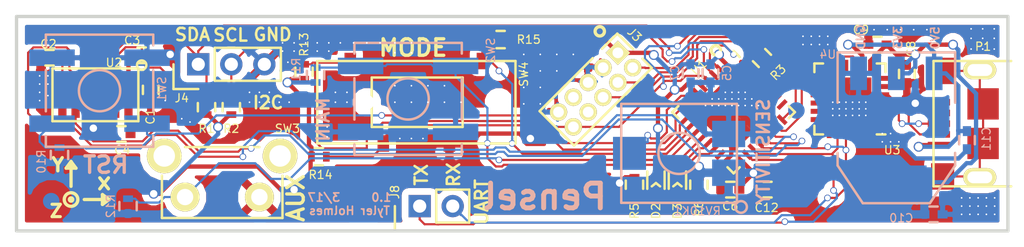
<source format=kicad_pcb>
(kicad_pcb (version 20160815) (host pcbnew "(2016-12-18 revision 3ffa37c)-master")
  (layers (0 F.Cu signal) (31 B.Cu signal) (34 B.Paste user) (35 F.Paste user) (36 B.SilkS user) (37 F.SilkS user) (38 B.Mask user) (39 F.Mask user) (44 Edge.Cuts user))
  (net 0 "")
  (net 1 RESET_n)
  (net 2 GND)
  (net 3 +3V3)
  (net 4 BTN_MAIN)
  (net 5 BTN_AUX)
  (net 6 +5V)
  (net 7 LED0)
  (net 8 "Net-(D2-Pad2)")
  (net 9 "Net-(D3-Pad2)")
  (net 10 LED1)
  (net 11 MODE_2)
  (net 12 MODE_1)
  (net 13 MODE_0)
  (net 14 SDA)
  (net 15 SCL)
  (net 16 THUMBWHEEL)
  (net 17 SWDIO)
  (net 18 SWD-SWCLK)
  (net 19 SWD-SWO)
  (net 20 DBG_UART_TX)
  (net 21 DBG_UART_RX)
  (net 22 "Net-(P1-Pad2)")
  (net 23 "Net-(P1-Pad6)")
  (net 24 "Net-(P1-Pad3)")
  (net 25 "Net-(C4-Pad1)")
  (net 26 "Net-(R3-Pad1)")
  (net 27 "Net-(C2-Pad1)")
  (net 28 "Net-(C4-Pad2)")
  (net 29 SEN_DRDY)
  (net 30 SEN_INT1)
  (net 31 "Net-(J3-Pad7)")
  (net 32 "Net-(J3-Pad8)")
  (net 33 "Net-(P1-Pad4)")
  (net 34 "Net-(U1-Pad15)")
  (net 35 "Net-(U1-Pad25)")
  (net 36 "Net-(U1-Pad27)")
  (net 37 "Net-(U1-Pad28)")
  (net 38 "Net-(U1-Pad29)")
  (net 39 "Net-(U1-Pad30)")
  (net 40 "Net-(U2-Pad4)")
  (net 41 "Net-(U2-Pad8)")
  (net 42 "Net-(U3-Pad1)")
  (net 43 "Net-(U3-Pad10)")
  (net 44 "Net-(U3-Pad11)")
  (net 45 "Net-(U3-Pad12)")
  (net 46 "Net-(U3-Pad13)")
  (net 47 "Net-(U3-Pad14)")
  (net 48 "Net-(U3-Pad15)")
  (net 49 "Net-(U3-Pad16)")
  (net 50 "Net-(U3-Pad17)")
  (net 51 "Net-(U3-Pad18)")
  (net 52 "Net-(U3-Pad19)")
  (net 53 "Net-(U3-Pad22)")
  (net 54 "Net-(U3-Pad23)")
  (net 55 "Net-(U3-Pad24)")
  (net 56 "Net-(J1-Pad1)")
  (module TylerCustom:via-1.0mm (layer F.Cu) (at 107.775 139.25)
    (fp_text reference "" hide)
    (fp_text value via-1.0mm)
    (pad 1 thru_hole circle (at 0 0) (size 0.15 0.15) (drill 0.1) (layers *.Cu *.Mask) (net 2 GND) (clearance 0.1))
  )
  (module TylerCustom:via-1.0mm (layer F.Cu) (at 108.475 139.25)
    (fp_text reference "" hide)
    (fp_text value via-1.0mm)
    (pad 1 thru_hole circle (at 0 0) (size 0.15 0.15) (drill 0.1) (layers *.Cu *.Mask) (net 2 GND) (clearance 0.1))
  )
  (module TylerCustom:via-1.0mm (layer F.Cu) (at 109.175 139.25)
    (fp_text reference "" hide)
    (fp_text value via-1.0mm)
    (pad 1 thru_hole circle (at 0 0) (size 0.15 0.15) (drill 0.1) (layers *.Cu *.Mask) (net 2 GND) (clearance 0.1))
  )
  (module TylerCustom:via-1.0mm (layer F.Cu) (at 109.175 139.825)
    (fp_text reference "" hide)
    (fp_text value via-1.0mm)
    (pad 1 thru_hole circle (at 0 0) (size 0.15 0.15) (drill 0.1) (layers *.Cu *.Mask) (net 2 GND) (clearance 0.1))
  )
  (module TylerCustom:via-1.0mm (layer F.Cu) (at 108.475 139.825)
    (fp_text reference "" hide)
    (fp_text value via-1.0mm)
    (pad 1 thru_hole circle (at 0 0) (size 0.15 0.15) (drill 0.1) (layers *.Cu *.Mask) (net 2 GND) (clearance 0.1))
  )
  (module TylerCustom:via-1.0mm (layer F.Cu) (at 107.775 140.475)
    (fp_text reference "" hide)
    (fp_text value via-1.0mm)
    (pad 1 thru_hole circle (at 0 0) (size 0.15 0.15) (drill 0.1) (layers *.Cu *.Mask) (net 2 GND) (clearance 0.1))
  )
  (module TylerCustom:via-1.0mm (layer F.Cu) (at 107.775 139.825)
    (fp_text reference "" hide)
    (fp_text value via-1.0mm)
    (pad 1 thru_hole circle (at 0 0) (size 0.15 0.15) (drill 0.1) (layers *.Cu *.Mask) (net 2 GND) (clearance 0.1))
  )
  (module TylerCustom:via-1.0mm (layer F.Cu) (at 108.475 140.475)
    (fp_text reference "" hide)
    (fp_text value via-1.0mm)
    (pad 1 thru_hole circle (at 0 0) (size 0.15 0.15) (drill 0.1) (layers *.Cu *.Mask) (net 2 GND) (clearance 0.1))
  )
  (module TylerCustom:via-1.0mm (layer F.Cu) (at 109.175 140.475)
    (fp_text reference "" hide)
    (fp_text value via-1.0mm)
    (pad 1 thru_hole circle (at 0 0) (size 0.15 0.15) (drill 0.1) (layers *.Cu *.Mask) (net 2 GND) (clearance 0.1))
  )
  (module TylerCustom:via-1.0mm (layer F.Cu) (at 66.425 141.275)
    (fp_text reference "" hide)
    (fp_text value via-1.0mm)
    (pad 1 thru_hole circle (at 0 0) (size 0.15 0.15) (drill 0.1) (layers *.Cu *.Mask) (net 2 GND) (clearance 0.1))
  )
  (module TylerCustom:via-1.0mm (layer F.Cu) (at 68.8 145.2)
    (fp_text reference "" hide)
    (fp_text value via-1.0mm)
    (pad 1 thru_hole circle (at 0 0) (size 0.15 0.15) (drill 0.1) (layers *.Cu *.Mask) (net 2 GND) (clearance 0.1))
  )
  (module TylerCustom:via-1.0mm (layer F.Cu) (at 68.8 145.8)
    (fp_text reference "" hide)
    (fp_text value via-1.0mm)
    (pad 1 thru_hole circle (at 0 0) (size 0.15 0.15) (drill 0.1) (layers *.Cu *.Mask) (net 2 GND) (clearance 0.1))
  )
  (module TylerCustom:via-1.0mm (layer F.Cu) (at 60 144.7)
    (fp_text reference "" hide)
    (fp_text value via-1.0mm)
    (pad 1 thru_hole circle (at 0 0) (size 0.15 0.15) (drill 0.1) (layers *.Cu *.Mask) (net 2 GND) (clearance 0.1))
  )
  (module TO_SOT_Packages_SMD:SOT-223 (layer B.Cu) (at 103.25 145.25)
    (fp_text reference U4 (at -4.15 -4.45) (layer B.SilkS) (effects (font (size 0.5 0.5) (thickness 0.075)) (justify mirror)))
    (fp_text value AP111733)
    (pad 4 smd rect (at 0 3.302) (size 3.6576 2.032) (layers B.Cu B.Paste B.Mask) (net 3 +3V3))
    (pad 2 smd rect (at 0 -3.302) (size 1.016 2.032) (layers B.Cu B.Paste B.Mask) (net 3 +3V3))
    (pad 3 smd rect (at 2.286 -3.302) (size 1.016 2.032) (layers B.Cu B.Paste B.Mask) (net 6 +5V))
    (pad 1 smd rect (at -2.286 -3.302) (size 1.016 2.032) (layers B.Cu B.Paste B.Mask) (net 2 GND))
  )
  (module Resistors_SMD:R_0402 (layer F.Cu) (at 95.118198 141.018198 135)
    (fp_text reference R3 (at -1.317767 0.070711 -135) (layer F.SilkS) (effects (font (size 0.5 0.5) (thickness 0.075))))
    (fp_text value 4K7)
    (pad 2 smd rect (at 0.45 0 135) (size 0.4 0.6) (layers F.Cu F.Paste F.Mask) (net 2 GND))
    (pad 1 smd rect (at -0.45 0 135) (size 0.4 0.6) (layers F.Cu F.Paste F.Mask) (net 26 "Net-(R3-Pad1)"))
  )
  (module TylerCustom:via-1.0mm (layer F.Cu) (at 83.7 140.8)
    (fp_text reference "" hide)
    (fp_text value via-1.0mm)
    (pad 1 thru_hole circle (at 0 0) (size 0.15 0.15) (drill 0.1) (layers *.Cu *.Mask) (net 2 GND) (clearance 0.1))
  )
  (module TylerCustom:via-1.0mm (layer F.Cu) (at 82.7 140.8)
    (fp_text reference "" hide)
    (fp_text value via-1.0mm)
    (pad 1 thru_hole circle (at 0 0) (size 0.15 0.15) (drill 0.1) (layers *.Cu *.Mask) (net 2 GND) (clearance 0.1))
  )
  (module TylerCustom:via-1.0mm (layer F.Cu) (at 82.7 141.8)
    (fp_text reference "" hide)
    (fp_text value via-1.0mm)
    (pad 1 thru_hole circle (at 0 0) (size 0.15 0.15) (drill 0.1) (layers *.Cu *.Mask) (net 2 GND) (clearance 0.1))
  )
  (module Pin_Headers:Pin_Header_Straight_2x05_Pitch1.27mm (layer F.Cu) (at 86.396051 140.703949 315)
    (fp_text reference J3 (at -0.070711 -1.490509 135) (layer F.SilkS) (effects (font (size 0.5 0.5) (thickness 0.075))))
    (fp_text value JTAG)
    (pad 1 thru_hole rect (at 0 0 315) (size 1.05 1.05) (drill 0.65) (layers *.Cu *.Mask F.SilkS) (net 3 +3V3))
    (pad 3 thru_hole circle (at 0 1.270001 315) (size 1.05 1.05) (drill 0.65) (layers *.Cu *.Mask F.SilkS) (net 2 GND))
    (pad 5 thru_hole circle (at 0 2.54 315) (size 1.05 1.05) (drill 0.65) (layers *.Cu *.Mask F.SilkS) (net 2 GND))
    (pad 7 thru_hole circle (at 0 3.81 315) (size 1.05 1.05) (drill 0.65) (layers *.Cu *.Mask F.SilkS) (net 31 "Net-(J3-Pad7)"))
    (pad 9 thru_hole circle (at 0 5.079999 315) (size 1.05 1.05) (drill 0.65) (layers *.Cu *.Mask F.SilkS) (net 2 GND))
    (pad 4 thru_hole circle (at 1.27 1.27 315) (size 1.05 1.05) (drill 0.65) (layers *.Cu *.Mask F.SilkS) (net 18 SWD-SWCLK))
    (pad 6 thru_hole circle (at 1.27 2.54 315) (size 1.05 1.05) (drill 0.65) (layers *.Cu *.Mask F.SilkS) (net 19 SWD-SWO))
    (pad 8 thru_hole circle (at 1.27 3.81 315) (size 1.05 1.05) (drill 0.65) (layers *.Cu *.Mask F.SilkS) (net 32 "Net-(J3-Pad8)"))
    (pad 10 thru_hole circle (at 1.27 5.08 315) (size 1.05 1.05) (drill 0.65) (layers *.Cu *.Mask F.SilkS) (net 1 RESET_n))
    (pad 2 thru_hole circle (at 1.270001 0 315) (size 1.05 1.05) (drill 0.65) (layers *.Cu *.Mask F.SilkS) (net 17 SWDIO))
  )
  (module TylerCustom:via-1.0mm (layer F.Cu) (at 68.9 140.6)
    (fp_text reference "" hide)
    (fp_text value via-1.0mm)
    (pad 1 thru_hole circle (at 0 0) (size 0.15 0.15) (drill 0.1) (layers *.Cu *.Mask) (net 2 GND) (clearance 0.1))
  )
  (module TylerCustom:via-1.0mm (layer F.Cu) (at 68.2 140.6)
    (fp_text reference "" hide)
    (fp_text value via-1.0mm)
    (pad 1 thru_hole circle (at 0 0) (size 0.15 0.15) (drill 0.1) (layers *.Cu *.Mask) (net 2 GND) (clearance 0.1))
  )
  (module TylerCustom:via-1.0mm (layer F.Cu) (at 67.5 140.6)
    (fp_text reference "" hide)
    (fp_text value via-1.0mm)
    (pad 1 thru_hole circle (at 0 0) (size 0.15 0.15) (drill 0.1) (layers *.Cu *.Mask) (net 2 GND) (clearance 0.1))
  )
  (module TylerCustom:via-1.0mm (layer F.Cu) (at 66.8 140.6)
    (fp_text reference "" hide)
    (fp_text value via-1.0mm)
    (pad 1 thru_hole circle (at 0 0) (size 0.15 0.15) (drill 0.1) (layers *.Cu *.Mask) (net 2 GND) (clearance 0.1))
  )
  (module TylerCustom:via-1.0mm (layer F.Cu) (at 66.1 140.6)
    (fp_text reference "" hide)
    (fp_text value via-1.0mm)
    (pad 1 thru_hole circle (at 0 0) (size 0.15 0.15) (drill 0.1) (layers *.Cu *.Mask) (net 2 GND) (clearance 0.1))
  )
  (module TylerCustom:via-1.0mm (layer F.Cu) (at 66.1 140.1)
    (fp_text reference "" hide)
    (fp_text value via-1.0mm)
    (pad 1 thru_hole circle (at 0 0) (size 0.15 0.15) (drill 0.1) (layers *.Cu *.Mask) (net 2 GND) (clearance 0.1))
  )
  (module TylerCustom:via-1.0mm (layer F.Cu) (at 66.8 140.1)
    (fp_text reference "" hide)
    (fp_text value via-1.0mm)
    (pad 1 thru_hole circle (at 0 0) (size 0.15 0.15) (drill 0.1) (layers *.Cu *.Mask) (net 2 GND) (clearance 0.1))
  )
  (module TylerCustom:via-1.0mm (layer F.Cu) (at 67.5 140.1)
    (fp_text reference "" hide)
    (fp_text value via-1.0mm)
    (pad 1 thru_hole circle (at 0 0) (size 0.15 0.15) (drill 0.1) (layers *.Cu *.Mask) (net 2 GND) (clearance 0.1))
  )
  (module TylerCustom:via-1.0mm (layer F.Cu) (at 68.2 140.1)
    (fp_text reference "" hide)
    (fp_text value via-1.0mm)
    (pad 1 thru_hole circle (at 0 0) (size 0.15 0.15) (drill 0.1) (layers *.Cu *.Mask) (net 2 GND) (clearance 0.1))
  )
  (module TylerCustom:via-1.0mm (layer F.Cu) (at 68.9 140.1)
    (fp_text reference "" hide)
    (fp_text value via-1.0mm)
    (pad 1 thru_hole circle (at 0 0) (size 0.15 0.15) (drill 0.1) (layers *.Cu *.Mask) (net 2 GND) (clearance 0.1))
  )
  (module TylerCustom:via-1.0mm (layer F.Cu) (at 69.6 140.1)
    (fp_text reference "" hide)
    (fp_text value via-1.0mm)
    (pad 1 thru_hole circle (at 0 0) (size 0.15 0.15) (drill 0.1) (layers *.Cu *.Mask) (net 2 GND) (clearance 0.1))
  )
  (module TylerCustom:via-1.0mm (layer F.Cu) (at 70.4 140.1)
    (fp_text reference "" hide)
    (fp_text value via-1.0mm)
    (pad 1 thru_hole circle (at 0 0) (size 0.15 0.15) (drill 0.1) (layers *.Cu *.Mask) (net 2 GND) (clearance 0.1))
  )
  (module TylerCustom:via-1.0mm (layer F.Cu) (at 71.2 140.1)
    (fp_text reference "" hide)
    (fp_text value via-1.0mm)
    (pad 1 thru_hole circle (at 0 0) (size 0.15 0.15) (drill 0.1) (layers *.Cu *.Mask) (net 2 GND) (clearance 0.1))
  )
  (module TylerCustom:via-1.0mm (layer F.Cu) (at 72 140.1)
    (fp_text reference "" hide)
    (fp_text value via-1.0mm)
    (pad 1 thru_hole circle (at 0 0) (size 0.15 0.15) (drill 0.1) (layers *.Cu *.Mask) (net 2 GND) (clearance 0.1))
  )
  (module TylerCustom:via-1.0mm (layer F.Cu) (at 70 143.1)
    (fp_text reference "" hide)
    (fp_text value via-1.0mm)
    (pad 1 thru_hole circle (at 0 0) (size 0.15 0.15) (drill 0.1) (layers *.Cu *.Mask) (net 2 GND) (clearance 0.1))
  )
  (module TylerCustom:via-1.0mm (layer F.Cu) (at 69.3 143.1)
    (fp_text reference "" hide)
    (fp_text value via-1.0mm)
    (pad 1 thru_hole circle (at 0 0) (size 0.15 0.15) (drill 0.1) (layers *.Cu *.Mask) (net 2 GND) (clearance 0.1))
  )
  (module TylerCustom:via-1.0mm (layer F.Cu) (at 69.3 143.7)
    (fp_text reference "" hide)
    (fp_text value via-1.0mm)
    (pad 1 thru_hole circle (at 0 0) (size 0.15 0.15) (drill 0.1) (layers *.Cu *.Mask) (net 2 GND) (clearance 0.1))
  )
  (module TylerCustom:via-1.0mm (layer F.Cu) (at 70 143.7)
    (fp_text reference "" hide)
    (fp_text value via-1.0mm)
    (pad 1 thru_hole circle (at 0 0) (size 0.15 0.15) (drill 0.1) (layers *.Cu *.Mask) (net 2 GND) (clearance 0.1))
  )
  (module TylerCustom:via-1.0mm (layer F.Cu) (at 59 143.6)
    (fp_text reference "" hide)
    (fp_text value via-1.0mm)
    (pad 1 thru_hole circle (at 0 0) (size 0.15 0.15) (drill 0.1) (layers *.Cu *.Mask) (net 2 GND) (clearance 0.1))
  )
  (module TylerCustom:via-1.0mm (layer F.Cu) (at 64.1 143.1)
    (fp_text reference "" hide)
    (fp_text value via-1.0mm)
    (pad 1 thru_hole circle (at 0 0) (size 0.15 0.15) (drill 0.1) (layers *.Cu *.Mask) (net 2 GND) (clearance 0.1))
  )
  (module TylerCustom:via-1.0mm (layer F.Cu) (at 64.7 143.1)
    (fp_text reference "" hide)
    (fp_text value via-1.0mm)
    (pad 1 thru_hole circle (at 0 0) (size 0.15 0.15) (drill 0.1) (layers *.Cu *.Mask) (net 2 GND) (clearance 0.1))
  )
  (module TylerCustom:via-1.0mm (layer F.Cu) (at 65.3 143.1)
    (fp_text reference "" hide)
    (fp_text value via-1.0mm)
    (pad 1 thru_hole circle (at 0 0) (size 0.15 0.15) (drill 0.1) (layers *.Cu *.Mask) (net 2 GND) (clearance 0.1))
  )
  (module TylerCustom:via-1.0mm (layer F.Cu) (at 66.5 143.7)
    (fp_text reference "" hide)
    (fp_text value via-1.0mm)
    (pad 1 thru_hole circle (at 0 0) (size 0.15 0.15) (drill 0.1) (layers *.Cu *.Mask) (net 2 GND) (clearance 0.1))
  )
  (module TylerCustom:via-1.0mm (layer F.Cu) (at 65.9 143.7)
    (fp_text reference "" hide)
    (fp_text value via-1.0mm)
    (pad 1 thru_hole circle (at 0 0) (size 0.15 0.15) (drill 0.1) (layers *.Cu *.Mask) (net 2 GND) (clearance 0.1))
  )
  (module TylerCustom:via-1.0mm (layer F.Cu) (at 65.3 143.7)
    (fp_text reference "" hide)
    (fp_text value via-1.0mm)
    (pad 1 thru_hole circle (at 0 0) (size 0.15 0.15) (drill 0.1) (layers *.Cu *.Mask) (net 2 GND) (clearance 0.1))
  )
  (module TylerCustom:via-1.0mm (layer F.Cu) (at 64.7 143.7)
    (fp_text reference "" hide)
    (fp_text value via-1.0mm)
    (pad 1 thru_hole circle (at 0 0) (size 0.15 0.15) (drill 0.1) (layers *.Cu *.Mask) (net 2 GND) (clearance 0.1))
  )
  (module TylerCustom:via-1.0mm (layer F.Cu) (at 64.1 143.7)
    (fp_text reference "" hide)
    (fp_text value via-1.0mm)
    (pad 1 thru_hole circle (at 0 0) (size 0.15 0.15) (drill 0.1) (layers *.Cu *.Mask) (net 2 GND) (clearance 0.1))
  )
  (module TylerCustom:via-1.0mm (layer F.Cu) (at 74.6 145.9)
    (fp_text reference "" hide)
    (fp_text value via-1.0mm)
    (pad 1 thru_hole circle (at 0 0) (size 0.15 0.15) (drill 0.1) (layers *.Cu *.Mask) (net 2 GND) (clearance 0.1))
  )
  (module TylerCustom:via-1.0mm (layer F.Cu) (at 73.9 145.9)
    (fp_text reference "" hide)
    (fp_text value via-1.0mm)
    (pad 1 thru_hole circle (at 0 0) (size 0.15 0.15) (drill 0.1) (layers *.Cu *.Mask) (net 2 GND) (clearance 0.1))
  )
  (module TylerCustom:via-1.0mm (layer F.Cu) (at 73.2 145.9)
    (fp_text reference "" hide)
    (fp_text value via-1.0mm)
    (pad 1 thru_hole circle (at 0 0) (size 0.15 0.15) (drill 0.1) (layers *.Cu *.Mask) (net 2 GND) (clearance 0.1))
  )
  (module TylerCustom:via-1.0mm (layer F.Cu) (at 105.1 139.3)
    (fp_text reference "" hide)
    (fp_text value via-1.0mm)
    (pad 1 thru_hole circle (at 0 0) (size 0.15 0.15) (drill 0.1) (layers *.Cu *.Mask) (net 2 GND) (clearance 0.1))
  )
  (module TylerCustom:via-1.0mm (layer F.Cu) (at 102.9 145.6)
    (fp_text reference "" hide)
    (fp_text value via-1.0mm)
    (pad 1 thru_hole circle (at 0 0) (size 0.15 0.15) (drill 0.1) (layers *.Cu *.Mask) (net 2 GND) (clearance 0.1))
  )
  (module TylerCustom:via-1.0mm (layer F.Cu) (at 102.4 145.6)
    (fp_text reference "" hide)
    (fp_text value via-1.0mm)
    (pad 1 thru_hole circle (at 0 0) (size 0.15 0.15) (drill 0.1) (layers *.Cu *.Mask) (net 2 GND) (clearance 0.1))
  )
  (module TylerCustom:via-1.0mm (layer F.Cu) (at 102.4 146.1)
    (fp_text reference "" hide)
    (fp_text value via-1.0mm)
    (pad 1 thru_hole circle (at 0 0) (size 0.15 0.15) (drill 0.1) (layers *.Cu *.Mask) (net 2 GND) (clearance 0.1))
  )
  (module TylerCustom:via-1.0mm (layer F.Cu) (at 102.9 146.1)
    (fp_text reference "" hide)
    (fp_text value via-1.0mm)
    (pad 1 thru_hole circle (at 0 0) (size 0.15 0.15) (drill 0.1) (layers *.Cu *.Mask) (net 2 GND) (clearance 0.1))
  )
  (module TylerCustom:via-1.0mm (layer F.Cu) (at 103.4 146.1)
    (fp_text reference "" hide)
    (fp_text value via-1.0mm)
    (pad 1 thru_hole circle (at 0 0) (size 0.15 0.15) (drill 0.1) (layers *.Cu *.Mask) (net 2 GND) (clearance 0.1))
  )
  (module TylerCustom:via-1.0mm (layer F.Cu) (at 107.2 150.5)
    (fp_text reference "" hide)
    (fp_text value via-1.0mm)
    (pad 1 thru_hole circle (at 0 0) (size 0.15 0.15) (drill 0.1) (layers *.Cu *.Mask) (net 2 GND) (clearance 0.1))
  )
  (module TylerCustom:via-1.0mm (layer F.Cu) (at 107.7 150.5)
    (fp_text reference "" hide)
    (fp_text value via-1.0mm)
    (pad 1 thru_hole circle (at 0 0) (size 0.15 0.15) (drill 0.1) (layers *.Cu *.Mask) (net 2 GND) (clearance 0.1))
  )
  (module TylerCustom:via-1.0mm (layer F.Cu) (at 108.2 150.5)
    (fp_text reference "" hide)
    (fp_text value via-1.0mm)
    (pad 1 thru_hole circle (at 0 0) (size 0.15 0.15) (drill 0.1) (layers *.Cu *.Mask) (net 2 GND) (clearance 0.1))
  )
  (module TylerCustom:via-1.0mm (layer F.Cu) (at 108.7 150.5)
    (fp_text reference "" hide)
    (fp_text value via-1.0mm)
    (pad 1 thru_hole circle (at 0 0) (size 0.15 0.15) (drill 0.1) (layers *.Cu *.Mask) (net 2 GND) (clearance 0.1))
  )
  (module TylerCustom:via-1.0mm (layer F.Cu) (at 109.2 150.5)
    (fp_text reference "" hide)
    (fp_text value via-1.0mm)
    (pad 1 thru_hole circle (at 0 0) (size 0.15 0.15) (drill 0.1) (layers *.Cu *.Mask) (net 2 GND) (clearance 0.1))
  )
  (module TylerCustom:via-1.0mm (layer F.Cu) (at 109.2 150)
    (fp_text reference "" hide)
    (fp_text value via-1.0mm)
    (pad 1 thru_hole circle (at 0 0) (size 0.15 0.15) (drill 0.1) (layers *.Cu *.Mask) (net 2 GND) (clearance 0.1))
  )
  (module TylerCustom:via-1.0mm (layer F.Cu) (at 108.7 150)
    (fp_text reference "" hide)
    (fp_text value via-1.0mm)
    (pad 1 thru_hole circle (at 0 0) (size 0.15 0.15) (drill 0.1) (layers *.Cu *.Mask) (net 2 GND) (clearance 0.1))
  )
  (module TylerCustom:via-1.0mm (layer F.Cu) (at 108.2 150)
    (fp_text reference "" hide)
    (fp_text value via-1.0mm)
    (pad 1 thru_hole circle (at 0 0) (size 0.15 0.15) (drill 0.1) (layers *.Cu *.Mask) (net 2 GND) (clearance 0.1))
  )
  (module TylerCustom:via-1.0mm (layer F.Cu) (at 107.7 150)
    (fp_text reference "" hide)
    (fp_text value via-1.0mm)
    (pad 1 thru_hole circle (at 0 0) (size 0.15 0.15) (drill 0.1) (layers *.Cu *.Mask) (net 2 GND) (clearance 0.1))
  )
  (module TylerCustom:via-1.0mm (layer F.Cu) (at 107.2 150)
    (fp_text reference "" hide)
    (fp_text value via-1.0mm)
    (pad 1 thru_hole circle (at 0 0) (size 0.15 0.15) (drill 0.1) (layers *.Cu *.Mask) (net 2 GND) (clearance 0.1))
  )
  (module TylerCustom:via-1.0mm (layer F.Cu) (at 107.2 149.5)
    (fp_text reference "" hide)
    (fp_text value via-1.0mm)
    (pad 1 thru_hole circle (at 0 0) (size 0.15 0.15) (drill 0.1) (layers *.Cu *.Mask) (net 2 GND) (clearance 0.1))
  )
  (module TylerCustom:via-1.0mm (layer F.Cu) (at 107.7 149.5)
    (fp_text reference "" hide)
    (fp_text value via-1.0mm)
    (pad 1 thru_hole circle (at 0 0) (size 0.15 0.15) (drill 0.1) (layers *.Cu *.Mask) (net 2 GND) (clearance 0.1))
  )
  (module TylerCustom:via-1.0mm (layer F.Cu) (at 73.9 140.1)
    (fp_text reference "" hide)
    (fp_text value via-1.0mm)
    (pad 1 thru_hole circle (at 0 0) (size 0.15 0.15) (drill 0.1) (layers *.Cu *.Mask) (net 2 GND) (clearance 0.1))
  )
  (module TylerCustom:via-1.0mm (layer F.Cu) (at 72.9 140.1)
    (fp_text reference "" hide)
    (fp_text value via-1.0mm)
    (pad 1 thru_hole circle (at 0 0) (size 0.15 0.15) (drill 0.1) (layers *.Cu *.Mask) (net 2 GND) (clearance 0.1))
  )
  (module TylerCustom:via-1.0mm (layer F.Cu) (at 73.9 140.7)
    (fp_text reference "" hide)
    (fp_text value via-1.0mm)
    (pad 1 thru_hole circle (at 0 0) (size 0.15 0.15) (drill 0.1) (layers *.Cu *.Mask) (net 2 GND) (clearance 0.1))
  )
  (module TylerCustom:via-1.0mm (layer F.Cu) (at 81.7 140.8)
    (fp_text reference "" hide)
    (fp_text value via-1.0mm)
    (pad 1 thru_hole circle (at 0 0) (size 0.15 0.15) (drill 0.1) (layers *.Cu *.Mask) (net 2 GND) (clearance 0.1))
  )
  (module TylerCustom:via-1.0mm (layer F.Cu) (at 80.7 140.8)
    (fp_text reference "" hide)
    (fp_text value via-1.0mm)
    (pad 1 thru_hole circle (at 0 0) (size 0.15 0.15) (drill 0.1) (layers *.Cu *.Mask) (net 2 GND) (clearance 0.1))
  )
  (module TylerCustom:via-1.0mm (layer F.Cu) (at 81.7 141.8)
    (fp_text reference "" hide)
    (fp_text value via-1.0mm)
    (pad 1 thru_hole circle (at 0 0) (size 0.15 0.15) (drill 0.1) (layers *.Cu *.Mask) (net 2 GND) (clearance 0.1))
  )
  (module TylerCustom:via-1.0mm (layer F.Cu) (at 80.7 141.8)
    (fp_text reference "" hide)
    (fp_text value via-1.0mm)
    (pad 1 thru_hole circle (at 0 0) (size 0.15 0.15) (drill 0.1) (layers *.Cu *.Mask) (net 2 GND) (clearance 0.1))
  )
  (module TylerCustom:via-1.0mm (layer F.Cu) (at 81.7 142.8)
    (fp_text reference "" hide)
    (fp_text value via-1.0mm)
    (pad 1 thru_hole circle (at 0 0) (size 0.15 0.15) (drill 0.1) (layers *.Cu *.Mask) (net 2 GND) (clearance 0.1))
  )
  (module TylerCustom:via-1.0mm (layer F.Cu) (at 80.7 142.8)
    (fp_text reference "" hide)
    (fp_text value via-1.0mm)
    (pad 1 thru_hole circle (at 0 0) (size 0.15 0.15) (drill 0.1) (layers *.Cu *.Mask) (net 2 GND) (clearance 0.1))
  )
  (module TylerCustom:via-1.0mm (layer F.Cu) (at 81.7 143.8)
    (fp_text reference "" hide)
    (fp_text value via-1.0mm)
    (pad 1 thru_hole circle (at 0 0) (size 0.15 0.15) (drill 0.1) (layers *.Cu *.Mask) (net 2 GND) (clearance 0.1))
  )
  (module TylerCustom:via-1.0mm (layer F.Cu) (at 80.7 143.8)
    (fp_text reference "" hide)
    (fp_text value via-1.0mm)
    (pad 1 thru_hole circle (at 0 0) (size 0.15 0.15) (drill 0.1) (layers *.Cu *.Mask) (net 2 GND) (clearance 0.1))
  )
  (module TylerCustom:via-1.0mm (layer F.Cu) (at 72.9 143.7)
    (fp_text reference "" hide)
    (fp_text value via-1.0mm)
    (pad 1 thru_hole circle (at 0 0) (size 0.15 0.15) (drill 0.1) (layers *.Cu *.Mask) (net 2 GND) (clearance 0.1))
  )
  (module TylerCustom:via-1.0mm (layer F.Cu) (at 72.9 140.7)
    (fp_text reference "" hide)
    (fp_text value via-1.0mm)
    (pad 1 thru_hole circle (at 0 0) (size 0.15 0.15) (drill 0.1) (layers *.Cu *.Mask) (net 2 GND) (clearance 0.1))
  )
  (module TylerCustom:via-1.0mm (layer F.Cu) (at 75.9 142.7)
    (fp_text reference "" hide)
    (fp_text value via-1.0mm)
    (pad 1 thru_hole circle (at 0 0) (size 0.15 0.15) (drill 0.1) (layers *.Cu *.Mask) (net 2 GND) (clearance 0.1))
  )
  (module TylerCustom:via-1.0mm (layer F.Cu) (at 74.9 142.7)
    (fp_text reference "" hide)
    (fp_text value via-1.0mm)
    (pad 1 thru_hole circle (at 0 0) (size 0.15 0.15) (drill 0.1) (layers *.Cu *.Mask) (net 2 GND) (clearance 0.1))
  )
  (module TylerCustom:via-1.0mm (layer F.Cu) (at 73.9 142.7)
    (fp_text reference "" hide)
    (fp_text value via-1.0mm)
    (pad 1 thru_hole circle (at 0 0) (size 0.15 0.15) (drill 0.1) (layers *.Cu *.Mask) (net 2 GND) (clearance 0.1))
  )
  (module TylerCustom:via-1.0mm (layer F.Cu) (at 72.9 142.7)
    (fp_text reference "" hide)
    (fp_text value via-1.0mm)
    (pad 1 thru_hole circle (at 0 0) (size 0.15 0.15) (drill 0.1) (layers *.Cu *.Mask) (net 2 GND) (clearance 0.1))
  )
  (module TylerCustom:via-1.0mm (layer F.Cu) (at 76.9 143.7)
    (fp_text reference "" hide)
    (fp_text value via-1.0mm)
    (pad 1 thru_hole circle (at 0 0) (size 0.15 0.15) (drill 0.1) (layers *.Cu *.Mask) (net 2 GND) (clearance 0.1))
  )
  (module TylerCustom:via-1.0mm (layer F.Cu) (at 75.9 143.7)
    (fp_text reference "" hide)
    (fp_text value via-1.0mm)
    (pad 1 thru_hole circle (at 0 0) (size 0.15 0.15) (drill 0.1) (layers *.Cu *.Mask) (net 2 GND) (clearance 0.1))
  )
  (module TylerCustom:via-1.0mm (layer F.Cu) (at 74.9 143.7)
    (fp_text reference "" hide)
    (fp_text value via-1.0mm)
    (pad 1 thru_hole circle (at 0 0) (size 0.15 0.15) (drill 0.1) (layers *.Cu *.Mask) (net 2 GND) (clearance 0.1))
  )
  (module TylerCustom:via-1.0mm (layer F.Cu) (at 73.9 143.7)
    (fp_text reference "" hide)
    (fp_text value via-1.0mm)
    (pad 1 thru_hole circle (at 0 0) (size 0.15 0.15) (drill 0.1) (layers *.Cu *.Mask) (net 2 GND) (clearance 0.1))
  )
  (module TylerCustom:via-1.0mm (layer F.Cu) (at 51.9 143.3)
    (fp_text reference "" hide)
    (fp_text value via-1.0mm)
    (pad 1 thru_hole circle (at 0 0) (size 0.15 0.15) (drill 0.1) (layers *.Cu *.Mask) (net 2 GND) (clearance 0.1))
  )
  (module TylerCustom:via-1.0mm (layer F.Cu) (at 51.9 142.6)
    (fp_text reference "" hide)
    (fp_text value via-1.0mm)
    (pad 1 thru_hole circle (at 0 0) (size 0.15 0.15) (drill 0.1) (layers *.Cu *.Mask) (net 2 GND) (clearance 0.1))
  )
  (module TylerCustom:via-1.0mm (layer F.Cu) (at 51.9 142.1)
    (fp_text reference "" hide)
    (fp_text value via-1.0mm)
    (pad 1 thru_hole circle (at 0 0) (size 0.15 0.15) (drill 0.1) (layers *.Cu *.Mask) (net 2 GND) (clearance 0.1))
  )
  (module TylerCustom:via-1.0mm (layer F.Cu) (at 51.4 142.1)
    (fp_text reference "" hide)
    (fp_text value via-1.0mm)
    (pad 1 thru_hole circle (at 0 0) (size 0.15 0.15) (drill 0.1) (layers *.Cu *.Mask) (net 2 GND) (clearance 0.1))
  )
  (module TylerCustom:via-1.0mm (layer F.Cu) (at 51.4 142.6)
    (fp_text reference "" hide)
    (fp_text value via-1.0mm)
    (pad 1 thru_hole circle (at 0 0) (size 0.15 0.15) (drill 0.1) (layers *.Cu *.Mask) (net 2 GND) (clearance 0.1))
  )
  (module TylerCustom:via-1.0mm (layer F.Cu) (at 51.4 143.1)
    (fp_text reference "" hide)
    (fp_text value via-1.0mm)
    (pad 1 thru_hole circle (at 0 0) (size 0.15 0.15) (drill 0.1) (layers *.Cu *.Mask) (net 2 GND) (clearance 0.1))
  )
  (module TylerCustom:via-1.0mm (layer F.Cu) (at 51.4 143.6)
    (fp_text reference "" hide)
    (fp_text value via-1.0mm)
    (pad 1 thru_hole circle (at 0 0) (size 0.15 0.15) (drill 0.1) (layers *.Cu *.Mask) (net 2 GND) (clearance 0.1))
  )
  (module TylerCustom:via-1.0mm (layer F.Cu) (at 60.5 144.9)
    (fp_text reference "" hide)
    (fp_text value via-1.0mm)
    (pad 1 thru_hole circle (at 0 0) (size 0.15 0.15) (drill 0.1) (layers *.Cu *.Mask) (net 2 GND) (clearance 0.1))
  )
  (module TylerCustom:via-1.0mm (layer F.Cu) (at 97.6 139.7)
    (fp_text reference "" hide)
    (fp_text value via-1.0mm)
    (pad 1 thru_hole circle (at 0 0) (size 0.15 0.15) (drill 0.1) (layers *.Cu *.Mask) (net 2 GND) (clearance 0.1))
  )
  (module TylerCustom:via-1.0mm (layer F.Cu) (at 98.1 139.7)
    (fp_text reference "" hide)
    (fp_text value via-1.0mm)
    (pad 1 thru_hole circle (at 0 0) (size 0.15 0.15) (drill 0.1) (layers *.Cu *.Mask) (net 2 GND) (clearance 0.1))
  )
  (module TylerCustom:via-1.0mm (layer F.Cu) (at 98.6 139.7)
    (fp_text reference "" hide)
    (fp_text value via-1.0mm)
    (pad 1 thru_hole circle (at 0 0) (size 0.15 0.15) (drill 0.1) (layers *.Cu *.Mask) (net 2 GND) (clearance 0.1))
  )
  (module TylerCustom:via-1.0mm (layer F.Cu) (at 99.1 139.7)
    (fp_text reference "" hide)
    (fp_text value via-1.0mm)
    (pad 1 thru_hole circle (at 0 0) (size 0.15 0.15) (drill 0.1) (layers *.Cu *.Mask) (net 2 GND) (clearance 0.1))
  )
  (module TylerCustom:via-1.0mm (layer F.Cu) (at 99.1 140.2)
    (fp_text reference "" hide)
    (fp_text value via-1.0mm)
    (pad 1 thru_hole circle (at 0 0) (size 0.15 0.15) (drill 0.1) (layers *.Cu *.Mask) (net 2 GND) (clearance 0.1))
  )
  (module TylerCustom:via-1.0mm (layer F.Cu) (at 98.6 140.2)
    (fp_text reference "" hide)
    (fp_text value via-1.0mm)
    (pad 1 thru_hole circle (at 0 0) (size 0.15 0.15) (drill 0.1) (layers *.Cu *.Mask) (net 2 GND) (clearance 0.1))
  )
  (module TylerCustom:via-1.0mm (layer F.Cu) (at 98.1 140.2)
    (fp_text reference "" hide)
    (fp_text value via-1.0mm)
    (pad 1 thru_hole circle (at 0 0) (size 0.15 0.15) (drill 0.1) (layers *.Cu *.Mask) (net 2 GND) (clearance 0.1))
  )
  (module TylerCustom:via-1.0mm (layer F.Cu) (at 97.6 140.2)
    (fp_text reference "" hide)
    (fp_text value via-1.0mm)
    (pad 1 thru_hole circle (at 0 0) (size 0.15 0.15) (drill 0.1) (layers *.Cu *.Mask) (net 2 GND) (clearance 0.1))
  )
  (module TylerCustom:via-1.0mm (layer F.Cu) (at 104.3 139.3)
    (fp_text reference "" hide)
    (fp_text value via-1.0mm)
    (pad 1 thru_hole circle (at 0 0) (size 0.15 0.15) (drill 0.1) (layers *.Cu *.Mask) (net 2 GND) (clearance 0.1))
  )
  (module TylerCustom:via-1.0mm (layer F.Cu) (at 103.5 139.3)
    (fp_text reference "" hide)
    (fp_text value via-1.0mm)
    (pad 1 thru_hole circle (at 0 0) (size 0.15 0.15) (drill 0.1) (layers *.Cu *.Mask) (net 2 GND) (clearance 0.1))
  )
  (module TylerCustom:via-1.0mm (layer F.Cu) (at 102.7 139.3)
    (fp_text reference "" hide)
    (fp_text value via-1.0mm)
    (pad 1 thru_hole circle (at 0 0) (size 0.15 0.15) (drill 0.1) (layers *.Cu *.Mask) (net 2 GND) (clearance 0.1))
  )
  (module TylerCustom:via-1.0mm (layer F.Cu) (at 101.9 139.3)
    (fp_text reference "" hide)
    (fp_text value via-1.0mm)
    (pad 1 thru_hole circle (at 0 0) (size 0.15 0.15) (drill 0.1) (layers *.Cu *.Mask) (net 2 GND) (clearance 0.1))
  )
  (module TylerCustom:via-1.0mm (layer F.Cu) (at 94.1 143.1)
    (fp_text reference "" hide)
    (fp_text value via-1.0mm)
    (pad 1 thru_hole circle (at 0 0) (size 0.15 0.15) (drill 0.1) (layers *.Cu *.Mask) (net 2 GND) (clearance 0.1))
  )
  (module TylerCustom:via-1.0mm (layer F.Cu) (at 93.7 143.1)
    (fp_text reference "" hide)
    (fp_text value via-1.0mm)
    (pad 1 thru_hole circle (at 0 0) (size 0.15 0.15) (drill 0.1) (layers *.Cu *.Mask) (net 2 GND) (clearance 0.1))
  )
  (module TylerCustom:via-1.0mm (layer F.Cu) (at 93.3 143.1)
    (fp_text reference "" hide)
    (fp_text value via-1.0mm)
    (pad 1 thru_hole circle (at 0 0) (size 0.15 0.15) (drill 0.1) (layers *.Cu *.Mask) (net 2 GND) (clearance 0.1))
  )
  (module TylerCustom:via-1.0mm (layer F.Cu) (at 92.9 143.1)
    (fp_text reference "" hide)
    (fp_text value via-1.0mm)
    (pad 1 thru_hole circle (at 0 0) (size 0.15 0.15) (drill 0.1) (layers *.Cu *.Mask) (net 2 GND) (clearance 0.1))
  )
  (module TylerCustom:via-1.0mm (layer F.Cu) (at 92.1 143.5)
    (fp_text reference "" hide)
    (fp_text value via-1.0mm)
    (pad 1 thru_hole circle (at 0 0) (size 0.15 0.15) (drill 0.1) (layers *.Cu *.Mask) (net 2 GND) (clearance 0.1))
  )
  (module TylerCustom:via-1.0mm (layer F.Cu) (at 92.5 143.5)
    (fp_text reference "" hide)
    (fp_text value via-1.0mm)
    (pad 1 thru_hole circle (at 0 0) (size 0.15 0.15) (drill 0.1) (layers *.Cu *.Mask) (net 2 GND) (clearance 0.1))
  )
  (module TylerCustom:via-1.0mm (layer F.Cu) (at 92.9 143.5)
    (fp_text reference "" hide)
    (fp_text value via-1.0mm)
    (pad 1 thru_hole circle (at 0 0) (size 0.15 0.15) (drill 0.1) (layers *.Cu *.Mask) (net 2 GND) (clearance 0.1))
  )
  (module TylerCustom:via-1.0mm (layer F.Cu) (at 93.3 143.5)
    (fp_text reference "" hide)
    (fp_text value via-1.0mm)
    (pad 1 thru_hole circle (at 0 0) (size 0.15 0.15) (drill 0.1) (layers *.Cu *.Mask) (net 2 GND) (clearance 0.1))
  )
  (module TylerCustom:via-1.0mm (layer F.Cu) (at 93.7 143.5)
    (fp_text reference "" hide)
    (fp_text value via-1.0mm)
    (pad 1 thru_hole circle (at 0 0) (size 0.15 0.15) (drill 0.1) (layers *.Cu *.Mask) (net 2 GND) (clearance 0.1))
  )
  (module TylerCustom:via-1.0mm (layer F.Cu) (at 94.1 143.5)
    (fp_text reference "" hide)
    (fp_text value via-1.0mm)
    (pad 1 thru_hole circle (at 0 0) (size 0.15 0.15) (drill 0.1) (layers *.Cu *.Mask) (net 2 GND) (clearance 0.1))
  )
  (module TylerCustom:via-1.0mm (layer F.Cu) (at 94.5 143.5)
    (fp_text reference "" hide)
    (fp_text value via-1.0mm)
    (pad 1 thru_hole circle (at 0 0) (size 0.15 0.15) (drill 0.1) (layers *.Cu *.Mask) (net 2 GND) (clearance 0.1))
  )
  (module TylerCustom:via-1.0mm (layer F.Cu) (at 94.9 143.9)
    (fp_text reference "" hide)
    (fp_text value via-1.0mm)
    (pad 1 thru_hole circle (at 0 0) (size 0.15 0.15) (drill 0.1) (layers *.Cu *.Mask) (net 2 GND) (clearance 0.1))
  )
  (module TylerCustom:via-1.0mm (layer F.Cu) (at 94.5 143.9)
    (fp_text reference "" hide)
    (fp_text value via-1.0mm)
    (pad 1 thru_hole circle (at 0 0) (size 0.15 0.15) (drill 0.1) (layers *.Cu *.Mask) (net 2 GND) (clearance 0.1))
  )
  (module TylerCustom:via-1.0mm (layer F.Cu) (at 94.1 143.9)
    (fp_text reference "" hide)
    (fp_text value via-1.0mm)
    (pad 1 thru_hole circle (at 0 0) (size 0.15 0.15) (drill 0.1) (layers *.Cu *.Mask) (net 2 GND) (clearance 0.1))
  )
  (module TylerCustom:via-1.0mm (layer F.Cu) (at 93.7 143.9)
    (fp_text reference "" hide)
    (fp_text value via-1.0mm)
    (pad 1 thru_hole circle (at 0 0) (size 0.15 0.15) (drill 0.1) (layers *.Cu *.Mask) (net 2 GND) (clearance 0.1))
  )
  (module TylerCustom:via-1.0mm (layer F.Cu) (at 93.3 143.9)
    (fp_text reference "" hide)
    (fp_text value via-1.0mm)
    (pad 1 thru_hole circle (at 0 0) (size 0.15 0.15) (drill 0.1) (layers *.Cu *.Mask) (net 2 GND) (clearance 0.1))
  )
  (module TylerCustom:via-1.0mm (layer F.Cu) (at 92.9 143.9)
    (fp_text reference "" hide)
    (fp_text value via-1.0mm)
    (pad 1 thru_hole circle (at 0 0) (size 0.15 0.15) (drill 0.1) (layers *.Cu *.Mask) (net 2 GND) (clearance 0.1))
  )
  (module TylerCustom:via-1.0mm (layer F.Cu) (at 92.5 143.9)
    (fp_text reference "" hide)
    (fp_text value via-1.0mm)
    (pad 1 thru_hole circle (at 0 0) (size 0.15 0.15) (drill 0.1) (layers *.Cu *.Mask) (net 2 GND) (clearance 0.1))
  )
  (module TylerCustom:via-1.0mm (layer F.Cu) (at 92.1 143.9)
    (fp_text reference "" hide)
    (fp_text value via-1.0mm)
    (pad 1 thru_hole circle (at 0 0) (size 0.15 0.15) (drill 0.1) (layers *.Cu *.Mask) (net 2 GND) (clearance 0.1))
  )
  (module TylerCustom:via-1.0mm (layer F.Cu) (at 91.7 143.9)
    (fp_text reference "" hide)
    (fp_text value via-1.0mm)
    (pad 1 thru_hole circle (at 0 0) (size 0.15 0.15) (drill 0.1) (layers *.Cu *.Mask) (net 2 GND) (clearance 0.1))
  )
  (module TylerCustom:via-1.0mm (layer F.Cu) (at 101.4 143.7)
    (fp_text reference "" hide)
    (fp_text value via-1.0mm)
    (pad 1 thru_hole circle (at 0 0) (size 0.15 0.15) (drill 0.1) (layers *.Cu *.Mask) (net 2 GND) (clearance 0.1))
  )
  (module TylerCustom:via-1.0mm (layer F.Cu) (at 101 143.7)
    (fp_text reference "" hide)
    (fp_text value via-1.0mm)
    (pad 1 thru_hole circle (at 0 0) (size 0.15 0.15) (drill 0.1) (layers *.Cu *.Mask) (net 2 GND) (clearance 0.1))
  )
  (module TylerCustom:via-1.0mm (layer F.Cu) (at 100.6 143.7)
    (fp_text reference "" hide)
    (fp_text value via-1.0mm)
    (pad 1 thru_hole circle (at 0 0) (size 0.15 0.15) (drill 0.1) (layers *.Cu *.Mask) (net 2 GND) (clearance 0.1))
  )
  (module TylerCustom:via-1.0mm (layer F.Cu) (at 100.2 143.7)
    (fp_text reference "" hide)
    (fp_text value via-1.0mm)
    (pad 1 thru_hole circle (at 0 0) (size 0.15 0.15) (drill 0.1) (layers *.Cu *.Mask) (net 2 GND) (clearance 0.1))
  )
  (module TylerCustom:via-1.0mm (layer F.Cu) (at 99.8 143.7)
    (fp_text reference "" hide)
    (fp_text value via-1.0mm)
    (pad 1 thru_hole circle (at 0 0) (size 0.15 0.15) (drill 0.1) (layers *.Cu *.Mask) (net 2 GND) (clearance 0.1))
  )
  (module TylerCustom:via-1.0mm (layer F.Cu) (at 99.4 143.7)
    (fp_text reference "" hide)
    (fp_text value via-1.0mm)
    (pad 1 thru_hole circle (at 0 0) (size 0.15 0.15) (drill 0.1) (layers *.Cu *.Mask) (net 2 GND) (clearance 0.1))
  )
  (module TylerCustom:via-1.0mm (layer F.Cu) (at 99.4 144.1)
    (fp_text reference "" hide)
    (fp_text value via-1.0mm)
    (pad 1 thru_hole circle (at 0 0) (size 0.15 0.15) (drill 0.1) (layers *.Cu *.Mask) (net 2 GND) (clearance 0.1))
  )
  (module TylerCustom:via-1.0mm (layer F.Cu) (at 99.8 144.1)
    (fp_text reference "" hide)
    (fp_text value via-1.0mm)
    (pad 1 thru_hole circle (at 0 0) (size 0.15 0.15) (drill 0.1) (layers *.Cu *.Mask) (net 2 GND) (clearance 0.1))
  )
  (module TylerCustom:via-1.0mm (layer F.Cu) (at 100.2 144.1)
    (fp_text reference "" hide)
    (fp_text value via-1.0mm)
    (pad 1 thru_hole circle (at 0 0) (size 0.15 0.15) (drill 0.1) (layers *.Cu *.Mask) (net 2 GND) (clearance 0.1))
  )
  (module TylerCustom:via-1.0mm (layer F.Cu) (at 100.6 144.1)
    (fp_text reference "" hide)
    (fp_text value via-1.0mm)
    (pad 1 thru_hole circle (at 0 0) (size 0.15 0.15) (drill 0.1) (layers *.Cu *.Mask) (net 2 GND) (clearance 0.1))
  )
  (module TylerCustom:via-1.0mm (layer F.Cu) (at 101 144.1)
    (fp_text reference "" hide)
    (fp_text value via-1.0mm)
    (pad 1 thru_hole circle (at 0 0) (size 0.15 0.15) (drill 0.1) (layers *.Cu *.Mask) (net 2 GND) (clearance 0.1))
  )
  (module TylerCustom:via-1.0mm (layer F.Cu) (at 101.4 144.1)
    (fp_text reference "" hide)
    (fp_text value via-1.0mm)
    (pad 1 thru_hole circle (at 0 0) (size 0.15 0.15) (drill 0.1) (layers *.Cu *.Mask) (net 2 GND) (clearance 0.1))
  )
  (module TylerCustom:via-1.0mm (layer F.Cu) (at 101.4 144.5)
    (fp_text reference "" hide)
    (fp_text value via-1.0mm)
    (pad 1 thru_hole circle (at 0 0) (size 0.15 0.15) (drill 0.1) (layers *.Cu *.Mask) (net 2 GND) (clearance 0.1))
  )
  (module TylerCustom:via-1.0mm (layer F.Cu) (at 101 144.5)
    (fp_text reference "" hide)
    (fp_text value via-1.0mm)
    (pad 1 thru_hole circle (at 0 0) (size 0.15 0.15) (drill 0.1) (layers *.Cu *.Mask) (net 2 GND) (clearance 0.1))
  )
  (module TylerCustom:via-1.0mm (layer F.Cu) (at 100.6 144.5)
    (fp_text reference "" hide)
    (fp_text value via-1.0mm)
    (pad 1 thru_hole circle (at 0 0) (size 0.15 0.15) (drill 0.1) (layers *.Cu *.Mask) (net 2 GND) (clearance 0.1))
  )
  (module TylerCustom:via-1.0mm (layer F.Cu) (at 100.2 144.5)
    (fp_text reference "" hide)
    (fp_text value via-1.0mm)
    (pad 1 thru_hole circle (at 0 0) (size 0.15 0.15) (drill 0.1) (layers *.Cu *.Mask) (net 2 GND) (clearance 0.1))
  )
  (module TylerCustom:via-1.0mm (layer F.Cu) (at 99.8 144.5)
    (fp_text reference "" hide)
    (fp_text value via-1.0mm)
    (pad 1 thru_hole circle (at 0 0) (size 0.15 0.15) (drill 0.1) (layers *.Cu *.Mask) (net 2 GND) (clearance 0.1))
  )
  (module TylerCustom:via-1.0mm (layer F.Cu) (at 99.4 144.5)
    (fp_text reference "" hide)
    (fp_text value via-1.0mm)
    (pad 1 thru_hole circle (at 0 0) (size 0.15 0.15) (drill 0.1) (layers *.Cu *.Mask) (net 2 GND) (clearance 0.1))
  )
  (module TylerCustom:via-1.0mm (layer F.Cu) (at 109.2 149.5)
    (fp_text reference "" hide)
    (fp_text value via-1.0mm)
    (pad 1 thru_hole circle (at 0 0) (size 0.15 0.15) (drill 0.1) (layers *.Cu *.Mask) (net 2 GND) (clearance 0.1))
  )
  (module TylerCustom:via-1.0mm (layer B.Cu) (at 108.7 149.5)
    (fp_text reference "" hide)
    (fp_text value via-1.0mm)
    (pad 1 thru_hole circle (at 0 0) (size 0.15 0.15) (drill 0.1) (layers *.Cu *.Mask) (net 2 GND) (clearance 0.1))
  )
  (module TylerCustom:via-1.0mm (layer F.Cu) (at 108.2 149.5)
    (fp_text reference "" hide)
    (fp_text value via-1.0mm)
    (pad 1 thru_hole circle (at 0 0) (size 0.15 0.15) (drill 0.1) (layers *.Cu *.Mask) (net 2 GND) (clearance 0.1))
  )
  (module Capacitors_SMD:C_0402 (layer B.Cu) (at 107.525 146 270)
    (fp_text reference C11 (at -0.075 -1.175 270) (layer B.SilkS) (effects (font (size 0.5 0.5) (thickness 0.075)) (justify mirror)))
    (fp_text value "1 uF")
    (pad 1 smd rect (at -0.55 0 270) (size 0.6 0.5) (layers B.Cu B.Paste B.Mask) (net 6 +5V))
    (pad 2 smd rect (at 0.55 0 270) (size 0.6 0.5) (layers B.Cu B.Paste B.Mask) (net 2 GND))
  )
  (module TylerCustom:2013499-1 (layer F.Cu) (at 108.5 145 90)
    (fp_text reference P1 (at 4.675 0 180) (layer F.SilkS) (effects (font (size 0.5 0.5) (thickness 0.075))))
    (fp_text value USB_PROC)
    (pad 5 smd rect (at 1.3 -2.675 90) (size 0.4 1.35) (layers F.Cu F.Paste F.Mask) (net 2 GND))
    (pad 4 smd rect (at 0.65 -2.675 90) (size 0.4 1.35) (layers F.Cu F.Paste F.Mask) (net 33 "Net-(P1-Pad4)"))
    (pad 1 smd rect (at -1.3 -2.675 90) (size 0.4 1.35) (layers F.Cu F.Paste F.Mask) (net 6 +5V))
    (pad 2 smd rect (at -0.65 -2.675 90) (size 0.4 1.35) (layers F.Cu F.Paste F.Mask) (net 22 "Net-(P1-Pad2)"))
    (pad 6 smd rect (at -3.2 -2.45 90) (size 1.6 1.4) (layers F.Cu F.Paste F.Mask) (net 23 "Net-(P1-Pad6)"))
    (pad 6 smd rect (at -1.2 0 90) (size 1.9 1.9) (layers F.Cu F.Paste F.Mask) (net 23 "Net-(P1-Pad6)"))
    (pad 6 thru_hole oval (at -3.255 -0.2 90) (size 1.12 2) (drill oval 0.72 1.5) (layers *.Cu *.Mask F.SilkS) (net 23 "Net-(P1-Pad6)"))
    (pad 6 thru_hole oval (at 3.255 -0.2 90) (size 1.12 2) (drill oval 0.72 1.5) (layers *.Cu *.Mask F.SilkS) (net 23 "Net-(P1-Pad6)"))
    (pad 6 smd rect (at 1.2 0 90) (size 1.9 1.9) (layers F.Cu F.Paste F.Mask) (net 23 "Net-(P1-Pad6)"))
    (pad 6 smd rect (at 3.2 -2.45 90) (size 1.6 1.4) (layers F.Cu F.Paste F.Mask) (net 23 "Net-(P1-Pad6)"))
    (pad 3 smd rect (at 0 -2.675 90) (size 0.4 1.35) (layers F.Cu F.Paste F.Mask) (net 24 "Net-(P1-Pad3)"))
  )
  (module TylerCustom:ST-4 (layer B.Cu) (at 90.1 146.8 270)
    (fp_text reference RV10K1 (at 3.5 -1.1) (layer B.SilkS) (effects (font (size 0.5 0.5) (thickness 0.075)) (justify mirror)))
    (fp_text value THUMBWHEEL)
    (pad 2 smd rect (at 0 3 270) (size 2 2) (layers B.Cu B.Paste B.Mask) (net 16 THUMBWHEEL))
    (pad 3 smd rect (at -1.175 -3 270) (size 1.6 2) (layers B.Cu B.Paste B.Mask) (net 2 GND))
    (pad 1 smd rect (at 1.175 -3 270) (size 1.6 2) (layers B.Cu B.Paste B.Mask) (net 3 +3V3))
  )
  (module Resistors_SMD:R_0402 (layer F.Cu) (at 91.3 148.7 270)
    (fp_text reference R6 (at 1.45 0 270) (layer F.SilkS) (effects (font (size 0.5 0.5) (thickness 0.075))))
    (fp_text value 330R)
    (pad 2 smd rect (at 0.45 0 270) (size 0.4 0.6) (layers F.Cu F.Paste F.Mask) (net 9 "Net-(D3-Pad2)"))
    (pad 1 smd rect (at -0.45 0 270) (size 0.4 0.6) (layers F.Cu F.Paste F.Mask) (net 3 +3V3))
  )
  (module Housings_DFN_QFN:QFN-32-1EP_5x5mm_Pitch0.5mm (layer F.Cu) (at 93.4 144.3 315)
    (fp_text reference U1 (at -3.394113 -0.424264 45) (layer F.SilkS) (effects (font (size 0.5 0.5) (thickness 0.075))))
    (fp_text value STM32F302x6/8)
    (pad 1 smd rect (at -2.4 -1.75 315) (size 0.7 0.25) (layers F.Cu F.Paste F.Mask) (net 3 +3V3))
    (pad 2 smd rect (at -2.4 -1.25 315) (size 0.7 0.25) (layers F.Cu F.Paste F.Mask) (net 14 SDA))
    (pad 3 smd rect (at -2.4 -0.75 315) (size 0.7 0.25) (layers F.Cu F.Paste F.Mask) (net 15 SCL))
    (pad 4 smd rect (at -2.4 -0.25 315) (size 0.7 0.25) (layers F.Cu F.Paste F.Mask) (net 1 RESET_n))
    (pad 5 smd rect (at -2.4 0.25 315) (size 0.7 0.25) (layers F.Cu F.Paste F.Mask) (net 3 +3V3))
    (pad 6 smd rect (at -2.4 0.75 315) (size 0.7 0.25) (layers F.Cu F.Paste F.Mask) (net 2 GND))
    (pad 7 smd rect (at -2.4 1.25 315) (size 0.7 0.25) (layers F.Cu F.Paste F.Mask) (net 16 THUMBWHEEL))
    (pad 8 smd rect (at -2.4 1.75 315) (size 0.7 0.25) (layers F.Cu F.Paste F.Mask) (net 13 MODE_0))
    (pad 9 smd rect (at -1.75 2.4 45) (size 0.7 0.25) (layers F.Cu F.Paste F.Mask) (net 12 MODE_1))
    (pad 10 smd rect (at -1.25 2.4 45) (size 0.7 0.25) (layers F.Cu F.Paste F.Mask) (net 11 MODE_2))
    (pad 11 smd rect (at -0.75 2.4 45) (size 0.7 0.25) (layers F.Cu F.Paste F.Mask) (net 5 BTN_AUX))
    (pad 12 smd rect (at -0.25 2.4 45) (size 0.7 0.25) (layers F.Cu F.Paste F.Mask) (net 4 BTN_MAIN))
    (pad 13 smd rect (at 0.25 2.4 45) (size 0.7 0.25) (layers F.Cu F.Paste F.Mask) (net 7 LED0))
    (pad 14 smd rect (at 0.75 2.4 45) (size 0.7 0.25) (layers F.Cu F.Paste F.Mask) (net 10 LED1))
    (pad 15 smd rect (at 1.25 2.4 45) (size 0.7 0.25) (layers F.Cu F.Paste F.Mask) (net 34 "Net-(U1-Pad15)"))
    (pad 16 smd rect (at 1.75 2.4 45) (size 0.7 0.25) (layers F.Cu F.Paste F.Mask) (net 2 GND))
    (pad 17 smd rect (at 2.4 1.75 315) (size 0.7 0.25) (layers F.Cu F.Paste F.Mask) (net 3 +3V3))
    (pad 18 smd rect (at 2.4 1.25 315) (size 0.7 0.25) (layers F.Cu F.Paste F.Mask) (net 56 "Net-(J1-Pad1)"))
    (pad 19 smd rect (at 2.4 0.75 315) (size 0.7 0.25) (layers F.Cu F.Paste F.Mask) (net 20 DBG_UART_TX))
    (pad 20 smd rect (at 2.4 0.25 315) (size 0.7 0.25) (layers F.Cu F.Paste F.Mask) (net 21 DBG_UART_RX))
    (pad 21 smd rect (at 2.4 -0.25 315) (size 0.7 0.25) (layers F.Cu F.Paste F.Mask) (net 29 SEN_DRDY))
    (pad 22 smd rect (at 2.4 -0.75 315) (size 0.7 0.25) (layers F.Cu F.Paste F.Mask) (net 30 SEN_INT1))
    (pad 23 smd rect (at 2.4 -1.25 315) (size 0.7 0.25) (layers F.Cu F.Paste F.Mask) (net 17 SWDIO))
    (pad 24 smd rect (at 2.4 -1.75 315) (size 0.7 0.25) (layers F.Cu F.Paste F.Mask) (net 18 SWD-SWCLK))
    (pad 25 smd rect (at 1.75 -2.4 45) (size 0.7 0.25) (layers F.Cu F.Paste F.Mask) (net 35 "Net-(U1-Pad25)"))
    (pad 26 smd rect (at 1.25 -2.4 45) (size 0.7 0.25) (layers F.Cu F.Paste F.Mask) (net 19 SWD-SWO))
    (pad 27 smd rect (at 0.75 -2.4 45) (size 0.7 0.25) (layers F.Cu F.Paste F.Mask) (net 36 "Net-(U1-Pad27)"))
    (pad 28 smd rect (at 0.25 -2.4 45) (size 0.7 0.25) (layers F.Cu F.Paste F.Mask) (net 37 "Net-(U1-Pad28)"))
    (pad 29 smd rect (at -0.25 -2.4 45) (size 0.7 0.25) (layers F.Cu F.Paste F.Mask) (net 38 "Net-(U1-Pad29)"))
    (pad 30 smd rect (at -0.75 -2.4 45) (size 0.7 0.25) (layers F.Cu F.Paste F.Mask) (net 39 "Net-(U1-Pad30)"))
    (pad 31 smd rect (at -1.25 -2.4 45) (size 0.7 0.25) (layers F.Cu F.Paste F.Mask) (net 26 "Net-(R3-Pad1)"))
    (pad 32 smd rect (at -1.75 -2.4 45) (size 0.7 0.25) (layers F.Cu F.Paste F.Mask) (net 2 GND))
    (pad 33 smd rect (at 0.8625 0.8625 315) (size 1.725 1.725) (layers F.Cu F.Paste F.Mask) (net 2 GND))
    (pad 33 smd rect (at 0.8625 -0.8625 315) (size 1.725 1.725) (layers F.Cu F.Paste F.Mask) (net 2 GND))
    (pad 33 smd rect (at -0.8625 0.8625 315) (size 1.725 1.725) (layers F.Cu F.Paste F.Mask) (net 2 GND))
    (pad 33 smd rect (at -0.8625 -0.8625 315) (size 1.725 1.725) (layers F.Cu F.Paste F.Mask) (net 2 GND))
  )
  (module Resistors_SMD:R_0402 (layer F.Cu) (at 87.4 148.7 270)
    (fp_text reference R5 (at 1.6 0 90) (layer F.SilkS) (effects (font (size 0.5 0.5) (thickness 0.075))))
    (fp_text value 330R)
    (pad 1 smd rect (at -0.45 0 270) (size 0.4 0.6) (layers F.Cu F.Paste F.Mask) (net 3 +3V3))
    (pad 2 smd rect (at 0.45 0 270) (size 0.4 0.6) (layers F.Cu F.Paste F.Mask) (net 8 "Net-(D2-Pad2)"))
  )
  (module Capacitors_SMD:C_0402 (layer F.Cu) (at 103.886 141.986 270)
    (fp_text reference C8 (at -1.524 -0.254 270) (layer F.SilkS) (effects (font (size 0.5 0.5) (thickness 0.075))))
    (fp_text value "4.7 uF")
    (pad 1 smd rect (at -0.55 0 270) (size 0.6 0.5) (layers F.Cu F.Paste F.Mask) (net 3 +3V3))
    (pad 2 smd rect (at 0.55 0 270) (size 0.6 0.5) (layers F.Cu F.Paste F.Mask) (net 2 GND))
  )
  (module Buttons_Switches_SMD:SW_SPST_B3SL-1002P (layer B.Cu) (at 73.7 143.5)
    (fp_text reference SW2 (at 5 -2.95 90) (layer B.SilkS) (effects (font (size 0.5 0.5) (thickness 0.075)) (justify mirror)))
    (fp_text value MAIN)
    (pad 1 smd rect (at -2.875 2) (size 2.75 1) (layers B.Cu B.Paste B.Mask) (net 2 GND))
    (pad 1 smd rect (at 2.875 2) (size 2.75 1) (layers B.Cu B.Paste B.Mask) (net 2 GND))
    (pad 2 smd rect (at 2.875 -2) (size 2.75 1) (layers B.Cu B.Paste B.Mask) (net 4 BTN_MAIN))
    (pad 2 smd rect (at -2.875 -2) (size 2.75 1) (layers B.Cu B.Paste B.Mask) (net 4 BTN_MAIN))
  )
  (module Buttons_Switches_ThroughHole:SW_Tactile_SPST_Angled (layer F.Cu) (at 64.7 149.45 180)
    (fp_text reference SW3 (at -1.7 4.15 180) (layer F.SilkS) (effects (font (size 0.5 0.5) (thickness 0.075))))
    (fp_text value AUX)
    (pad "" thru_hole circle (at 5.76 2.49 180) (size 2.1 2.1) (drill 1.3) (layers *.Cu *.Mask F.SilkS))
    (pad 2 thru_hole circle (at 4.5 0 180) (size 1.75 1.75) (drill 0.99) (layers *.Cu *.Mask F.SilkS) (net 5 BTN_AUX))
    (pad 1 thru_hole circle (at 0 0 180) (size 1.75 1.75) (drill 0.99) (layers *.Cu *.Mask F.SilkS) (net 2 GND))
    (pad "" thru_hole circle (at -1.25 2.49 180) (size 2.1 2.1) (drill 1.3) (layers *.Cu *.Mask F.SilkS))
  )
  (module TylerCustom:CL-SB-13B-01 (layer F.Cu) (at 74.2 143.7)
    (fp_text reference SW4 (at 6.5 -1.7 90) (layer F.SilkS) (effects (font (size 0.5 0.5) (thickness 0.075))))
    (fp_text value MODE_SEL)
    (pad 2 smd rect (at -2 2.5) (size 0.7 1) (layers F.Cu F.Paste F.Mask) (net 12 MODE_1))
    (pad 1 smd rect (at -4 -2.5) (size 0.7 1) (layers F.Cu F.Paste F.Mask) (net 13 MODE_0))
    (pad 3 smd rect (at 2 2.5) (size 0.7 1) (layers F.Cu F.Paste F.Mask) (net 2 GND))
    (pad 4 smd rect (at 4 -2.5) (size 0.7 1) (layers F.Cu F.Paste F.Mask) (net 11 MODE_2))
    (pad "" np_thru_hole circle (at 5 0) (size 0.9 0.9) (drill 0.9) (layers *.Cu *.Mask))
    (pad "" np_thru_hole circle (at -3 0) (size 0.9 0.9) (drill 0.9) (layers *.Cu *.Mask))
  )
  (module Capacitors_SMD:C_0402 (layer F.Cu) (at 58.125 142.95 270)
    (fp_text reference C1 (at 1.62 0.025 270) (layer F.SilkS) (effects (font (size 0.5 0.5) (thickness 0.075))))
    (fp_text value "4.7 uF")
    (pad 2 smd rect (at 0.55 0 270) (size 0.6 0.5) (layers F.Cu F.Paste F.Mask) (net 2 GND))
    (pad 1 smd rect (at -0.55 0 270) (size 0.6 0.5) (layers F.Cu F.Paste F.Mask) (net 3 +3V3))
  )
  (module Capacitors_SMD:C_0402 (layer F.Cu) (at 52 141 180)
    (fp_text reference C2 (at 0.07 0.83 180) (layer F.SilkS) (effects (font (size 0.5 0.5) (thickness 0.075))))
    (fp_text value "4.7 uF")
    (pad 2 smd rect (at 0.55 0 180) (size 0.6 0.5) (layers F.Cu F.Paste F.Mask) (net 2 GND))
    (pad 1 smd rect (at -0.55 0 180) (size 0.6 0.5) (layers F.Cu F.Paste F.Mask) (net 27 "Net-(C2-Pad1)"))
  )
  (module Capacitors_SMD:C_0402 (layer F.Cu) (at 57.575 140.85)
    (fp_text reference C3 (at -0.575 -0.9) (layer F.SilkS) (effects (font (size 0.5 0.5) (thickness 0.075))))
    (fp_text value "0.1 uF")
    (pad 2 smd rect (at 0.55 0) (size 0.6 0.5) (layers F.Cu F.Paste F.Mask) (net 2 GND))
    (pad 1 smd rect (at -0.55 0) (size 0.6 0.5) (layers F.Cu F.Paste F.Mask) (net 3 +3V3))
  )
  (module Capacitors_SMD:C_0402 (layer F.Cu) (at 56.35 145.625 180)
    (fp_text reference C4 (at -0.05 -0.975 180) (layer F.SilkS) (effects (font (size 0.5 0.5) (thickness 0.075))))
    (fp_text value "0.22 uF")
    (pad 1 smd rect (at -0.55 0 180) (size 0.6 0.5) (layers F.Cu F.Paste F.Mask) (net 25 "Net-(C4-Pad1)"))
    (pad 2 smd rect (at 0.55 0 180) (size 0.6 0.5) (layers F.Cu F.Paste F.Mask) (net 28 "Net-(C4-Pad2)"))
  )
  (module Capacitors_SMD:C_0402 (layer B.Cu) (at 92 141.95 270)
    (fp_text reference C5 (at -0.025 -1 270) (layer B.SilkS) (effects (font (size 0.5 0.5) (thickness 0.075)) (justify mirror)))
    (fp_text value "4.7 uF")
    (pad 2 smd rect (at 0.55 0 270) (size 0.6 0.5) (layers B.Cu B.Paste B.Mask) (net 2 GND))
    (pad 1 smd rect (at -0.55 0 270) (size 0.6 0.5) (layers B.Cu B.Paste B.Mask) (net 3 +3V3))
  )
  (module Capacitors_SMD:C_0402 (layer F.Cu) (at 93.2 149 180)
    (fp_text reference C6 (at 0 -1 180) (layer F.SilkS) (effects (font (size 0.5 0.5) (thickness 0.075))))
    (fp_text value "0.1 uF")
    (pad 1 smd rect (at -0.55 0 180) (size 0.6 0.5) (layers F.Cu F.Paste F.Mask) (net 3 +3V3))
    (pad 2 smd rect (at 0.55 0 180) (size 0.6 0.5) (layers F.Cu F.Paste F.Mask) (net 2 GND))
  )
  (module Capacitors_SMD:C_0402 (layer B.Cu) (at 90.8 141.95 270)
    (fp_text reference C7 (at -0.025 0.95 270) (layer B.SilkS) (effects (font (size 0.5 0.5) (thickness 0.075)) (justify mirror)))
    (fp_text value "1 uF")
    (pad 2 smd rect (at 0.55 0 270) (size 0.6 0.5) (layers B.Cu B.Paste B.Mask) (net 2 GND))
    (pad 1 smd rect (at -0.55 0 270) (size 0.6 0.5) (layers B.Cu B.Paste B.Mask) (net 3 +3V3))
  )
  (module Capacitors_SMD:C_0402 (layer F.Cu) (at 102.108 140.208 180)
    (fp_text reference C9 (at 1 0.9 180) (layer F.SilkS) (effects (font (size 0.5 0.5) (thickness 0.075))))
    (fp_text value "0.1 uF")
    (pad 1 smd rect (at -0.55 0 180) (size 0.6 0.5) (layers F.Cu F.Paste F.Mask) (net 3 +3V3))
    (pad 2 smd rect (at 0.55 0 180) (size 0.6 0.5) (layers F.Cu F.Paste F.Mask) (net 2 GND))
  )
  (module Capacitors_SMD:C_0402 (layer B.Cu) (at 105.5 150.5)
    (fp_text reference C10 (at -1.95 0.225 180) (layer B.SilkS) (effects (font (size 0.5 0.5) (thickness 0.075)) (justify mirror)))
    (fp_text value "1 uF")
    (pad 2 smd rect (at 0.55 0) (size 0.6 0.5) (layers B.Cu B.Paste B.Mask) (net 2 GND))
    (pad 1 smd rect (at -0.55 0) (size 0.6 0.5) (layers B.Cu B.Paste B.Mask) (net 3 +3V3))
  )
  (module LEDs:LED_0402 (layer F.Cu) (at 88.7 148.7 270)
    (fp_text reference D2 (at 1.6 0 270) (layer F.SilkS) (effects (font (size 0.5 0.5) (thickness 0.075))))
    (fp_text value LED0)
    (pad 1 smd rect (at -0.45 0 270) (size 0.4 0.6) (layers F.Cu F.Paste F.Mask) (net 7 LED0))
    (pad 2 smd rect (at 0.45 0 270) (size 0.4 0.6) (layers F.Cu F.Paste F.Mask) (net 8 "Net-(D2-Pad2)"))
  )
  (module LEDs:LED_0402 (layer F.Cu) (at 90 148.7 270)
    (fp_text reference D3 (at 1.6 0 270) (layer F.SilkS) (effects (font (size 0.5 0.5) (thickness 0.075))))
    (fp_text value LED1)
    (pad 2 smd rect (at 0.45 0 270) (size 0.4 0.6) (layers F.Cu F.Paste F.Mask) (net 9 "Net-(D3-Pad2)"))
    (pad 1 smd rect (at -0.45 0 270) (size 0.4 0.6) (layers F.Cu F.Paste F.Mask) (net 10 LED1))
  )
  (module Pin_Headers:Pin_Header_Straight_1x03_Pitch2.00mm (layer F.Cu) (at 61 141.4 90)
    (fp_text reference J4 (at -2.05 -1 180) (layer F.SilkS) (effects (font (size 0.5 0.5) (thickness 0.075))))
    (fp_text value I2C)
    (pad 1 thru_hole rect (at 0 0 90) (size 1.35 1.35) (drill 0.8) (layers *.Cu *.Mask) (net 14 SDA))
    (pad 2 thru_hole circle (at 0 2 90) (size 1.35 1.35) (drill 0.8) (layers *.Cu *.Mask) (net 15 SCL))
    (pad 3 thru_hole circle (at 0 4 90) (size 1.35 1.35) (drill 0.8) (layers *.Cu *.Mask) (net 2 GND))
  )
  (module Resistors_SMD:R_0402 (layer F.Cu) (at 61.5 144 90)
    (fp_text reference R1 (at -1.3 0 -180) (layer F.SilkS) (effects (font (size 0.5 0.5) (thickness 0.075))))
    (fp_text value 4K7)
    (pad 2 smd rect (at 0.45 0 90) (size 0.4 0.6) (layers F.Cu F.Paste F.Mask) (net 14 SDA))
    (pad 1 smd rect (at -0.45 0 90) (size 0.4 0.6) (layers F.Cu F.Paste F.Mask) (net 3 +3V3))
  )
  (module Resistors_SMD:R_0402 (layer F.Cu) (at 63 144 90)
    (fp_text reference R2 (at -1.3 0 -180) (layer F.SilkS) (effects (font (size 0.5 0.5) (thickness 0.075))))
    (fp_text value 4K7)
    (pad 1 smd rect (at -0.45 0 90) (size 0.4 0.6) (layers F.Cu F.Paste F.Mask) (net 3 +3V3))
    (pad 2 smd rect (at 0.45 0 90) (size 0.4 0.6) (layers F.Cu F.Paste F.Mask) (net 15 SCL))
  )
  (module Resistors_SMD:R_0402 (layer B.Cu) (at 52.6 146.9 90)
    (fp_text reference R10 (at -0.4 -1.1 90) (layer B.SilkS) (effects (font (size 0.5 0.5) (thickness 0.075)) (justify mirror)))
    (fp_text value 4K7)
    (pad 1 smd rect (at -0.45 0 90) (size 0.4 0.6) (layers B.Cu B.Paste B.Mask) (net 3 +3V3))
    (pad 2 smd rect (at 0.45 0 90) (size 0.4 0.6) (layers B.Cu B.Paste B.Mask) (net 1 RESET_n))
  )
  (module Resistors_SMD:R_0402 (layer B.Cu) (at 68.1 142.05 90)
    (fp_text reference R11 (at 0.325 -1.175 90) (layer B.SilkS) (effects (font (size 0.5 0.5) (thickness 0.075)) (justify mirror)))
    (fp_text value 4K7)
    (pad 1 smd rect (at -0.45 0 90) (size 0.4 0.6) (layers B.Cu B.Paste B.Mask) (net 3 +3V3))
    (pad 2 smd rect (at 0.45 0 90) (size 0.4 0.6) (layers B.Cu B.Paste B.Mask) (net 4 BTN_MAIN))
  )
  (module Resistors_SMD:R_0402 (layer B.Cu) (at 56.75 150 90)
    (fp_text reference R12 (at 0 -1.05 90) (layer B.SilkS) (effects (font (size 0.5 0.5) (thickness 0.075)) (justify mirror)))
    (fp_text value 4K7)
    (pad 2 smd rect (at 0.45 0 90) (size 0.4 0.6) (layers B.Cu B.Paste B.Mask) (net 5 BTN_AUX))
    (pad 1 smd rect (at -0.45 0 90) (size 0.4 0.6) (layers B.Cu B.Paste B.Mask) (net 3 +3V3))
  )
  (module Resistors_SMD:R_0402 (layer F.Cu) (at 67.4 141.85 90)
    (fp_text reference R13 (at 1.65 0 90) (layer F.SilkS) (effects (font (size 0.5 0.5) (thickness 0.075))))
    (fp_text value 4K7)
    (pad 1 smd rect (at -0.45 0 90) (size 0.4 0.6) (layers F.Cu F.Paste F.Mask) (net 3 +3V3))
    (pad 2 smd rect (at 0.45 0 90) (size 0.4 0.6) (layers F.Cu F.Paste F.Mask) (net 13 MODE_0))
  )
  (module Resistors_SMD:R_0402 (layer F.Cu) (at 68.3 147)
    (fp_text reference R14 (at 0.1 1.1 180) (layer F.SilkS) (effects (font (size 0.5 0.5) (thickness 0.075))))
    (fp_text value 4K7)
    (pad 2 smd rect (at 0.45 0) (size 0.4 0.6) (layers F.Cu F.Paste F.Mask) (net 12 MODE_1))
    (pad 1 smd rect (at -0.45 0) (size 0.4 0.6) (layers F.Cu F.Paste F.Mask) (net 3 +3V3))
  )
  (module Resistors_SMD:R_0402 (layer F.Cu) (at 79.3 139.9)
    (fp_text reference R15 (at 1.7 0) (layer F.SilkS) (effects (font (size 0.5 0.5) (thickness 0.075))))
    (fp_text value 4K7)
    (pad 1 smd rect (at -0.45 0) (size 0.4 0.6) (layers F.Cu F.Paste F.Mask) (net 11 MODE_2))
    (pad 2 smd rect (at 0.45 0) (size 0.4 0.6) (layers F.Cu F.Paste F.Mask) (net 3 +3V3))
  )
  (module TylerCustom:LGA_14L_3mm_5mm (layer F.Cu) (at 54.775 143.25)
    (fp_text reference U2 (at 1.125 -1.95) (layer F.SilkS) (effects (font (size 0.5 0.5) (thickness 0.075))))
    (fp_text value LSM303DLHC)
    (pad 14 smd rect (at 2 0 90) (size 0.5 0.8) (layers F.Cu F.Paste F.Mask) (net 3 +3V3))
    (pad 7 smd rect (at -2 0 90) (size 0.5 0.8) (layers F.Cu F.Paste F.Mask) (net 2 GND))
    (pad 13 smd rect (at 2 1) (size 0.5 0.8) (layers F.Cu F.Paste F.Mask) (net 25 "Net-(C4-Pad1)"))
    (pad 12 smd rect (at 1.2 1) (size 0.5 0.8) (layers F.Cu F.Paste F.Mask) (net 28 "Net-(C4-Pad2)"))
    (pad 11 smd rect (at 0.4 1) (size 0.5 0.8) (layers F.Cu F.Paste F.Mask) (net 2 GND))
    (pad 10 smd rect (at -0.4 1) (size 0.5 0.8) (layers F.Cu F.Paste F.Mask) (net 2 GND))
    (pad 9 smd rect (at -1.2 1) (size 0.5 0.8) (layers F.Cu F.Paste F.Mask) (net 29 SEN_DRDY))
    (pad 8 smd rect (at -2 1) (size 0.5 0.8) (layers F.Cu F.Paste F.Mask) (net 41 "Net-(U2-Pad8)"))
    (pad 6 smd rect (at -2 -1) (size 0.5 0.8) (layers F.Cu F.Paste F.Mask) (net 27 "Net-(C2-Pad1)"))
    (pad 5 smd rect (at -1.2 -1) (size 0.5 0.8) (layers F.Cu F.Paste F.Mask) (net 30 SEN_INT1))
    (pad 4 smd rect (at -0.4 -1) (size 0.5 0.8) (layers F.Cu F.Paste F.Mask) (net 40 "Net-(U2-Pad4)"))
    (pad 3 smd rect (at 0.4 -1) (size 0.5 0.8) (layers F.Cu F.Paste F.Mask) (net 14 SDA))
    (pad 2 smd rect (at 1.2 -1) (size 0.5 0.8) (layers F.Cu F.Paste F.Mask) (net 15 SCL))
    (pad 1 smd rect (at 2 -1) (size 0.5 0.8) (layers F.Cu F.Paste F.Mask) (net 3 +3V3))
  )
  (module Housings_DFN_QFN:QFN-24-1EP_4x4mm_Pitch0.5mm (layer F.Cu) (at 100.44 143.5 180)
    (fp_text reference U3 (at -2.56 -3.1 180) (layer F.SilkS) (effects (font (size 0.5 0.5) (thickness 0.075))))
    (fp_text value CP2102N-A01-GQFN24)
    (pad 1 smd rect (at -1.95 -1.25 180) (size 0.85 0.3) (layers F.Cu F.Paste F.Mask) (net 42 "Net-(U3-Pad1)"))
    (pad 2 smd rect (at -1.95 -0.75 180) (size 0.85 0.3) (layers F.Cu F.Paste F.Mask) (net 2 GND))
    (pad 3 smd rect (at -1.95 -0.25 180) (size 0.85 0.3) (layers F.Cu F.Paste F.Mask) (net 24 "Net-(P1-Pad3)"))
    (pad 4 smd rect (at -1.95 0.25 180) (size 0.85 0.3) (layers F.Cu F.Paste F.Mask) (net 22 "Net-(P1-Pad2)"))
    (pad 5 smd rect (at -1.95 0.75 180) (size 0.85 0.3) (layers F.Cu F.Paste F.Mask) (net 3 +3V3))
    (pad 6 smd rect (at -1.95 1.25 180) (size 0.85 0.3) (layers F.Cu F.Paste F.Mask) (net 3 +3V3))
    (pad 7 smd rect (at -1.25 1.95 270) (size 0.85 0.3) (layers F.Cu F.Paste F.Mask) (net 3 +3V3))
    (pad 8 smd rect (at -0.75 1.95 270) (size 0.85 0.3) (layers F.Cu F.Paste F.Mask) (net 6 +5V))
    (pad 9 smd rect (at -0.25 1.95 270) (size 0.85 0.3) (layers F.Cu F.Paste F.Mask) (net 1 RESET_n))
    (pad 10 smd rect (at 0.25 1.95 270) (size 0.85 0.3) (layers F.Cu F.Paste F.Mask) (net 43 "Net-(U3-Pad10)"))
    (pad 11 smd rect (at 0.75 1.95 270) (size 0.85 0.3) (layers F.Cu F.Paste F.Mask) (net 44 "Net-(U3-Pad11)"))
    (pad 12 smd rect (at 1.25 1.95 270) (size 0.85 0.3) (layers F.Cu F.Paste F.Mask) (net 45 "Net-(U3-Pad12)"))
    (pad 13 smd rect (at 1.95 1.25 180) (size 0.85 0.3) (layers F.Cu F.Paste F.Mask) (net 46 "Net-(U3-Pad13)"))
    (pad 14 smd rect (at 1.95 0.75 180) (size 0.85 0.3) (layers F.Cu F.Paste F.Mask) (net 47 "Net-(U3-Pad14)"))
    (pad 15 smd rect (at 1.95 0.25 180) (size 0.85 0.3) (layers F.Cu F.Paste F.Mask) (net 48 "Net-(U3-Pad15)"))
    (pad 16 smd rect (at 1.95 -0.25 180) (size 0.85 0.3) (layers F.Cu F.Paste F.Mask) (net 49 "Net-(U3-Pad16)"))
    (pad 17 smd rect (at 1.95 -0.75 180) (size 0.85 0.3) (layers F.Cu F.Paste F.Mask) (net 50 "Net-(U3-Pad17)"))
    (pad 18 smd rect (at 1.95 -1.25 180) (size 0.85 0.3) (layers F.Cu F.Paste F.Mask) (net 51 "Net-(U3-Pad18)"))
    (pad 19 smd rect (at 1.25 -1.95 270) (size 0.85 0.3) (layers F.Cu F.Paste F.Mask) (net 52 "Net-(U3-Pad19)"))
    (pad 20 smd rect (at 0.75 -1.95 270) (size 0.85 0.3) (layers F.Cu F.Paste F.Mask) (net 20 DBG_UART_TX))
    (pad 21 smd rect (at 0.25 -1.95 270) (size 0.85 0.3) (layers F.Cu F.Paste F.Mask) (net 21 DBG_UART_RX))
    (pad 22 smd rect (at -0.25 -1.95 270) (size 0.85 0.3) (layers F.Cu F.Paste F.Mask) (net 53 "Net-(U3-Pad22)"))
    (pad 23 smd rect (at -0.75 -1.95 270) (size 0.85 0.3) (layers F.Cu F.Paste F.Mask) (net 54 "Net-(U3-Pad23)"))
    (pad 24 smd rect (at -1.25 -1.95 270) (size 0.85 0.3) (layers F.Cu F.Paste F.Mask) (net 55 "Net-(U3-Pad24)"))
    (pad 25 smd rect (at 0.65 0.65 180) (size 1.3 1.3) (layers F.Cu F.Paste F.Mask) (net 2 GND))
    (pad 25 smd rect (at 0.65 -0.65 180) (size 1.3 1.3) (layers F.Cu F.Paste F.Mask) (net 2 GND))
    (pad 25 smd rect (at -0.65 0.65 180) (size 1.3 1.3) (layers F.Cu F.Paste F.Mask) (net 2 GND))
    (pad 25 smd rect (at -0.65 -0.65 180) (size 1.3 1.3) (layers F.Cu F.Paste F.Mask) (net 2 GND))
  )
  (module Capacitors_SMD:C_0402 (layer F.Cu) (at 95.45 149)
    (fp_text reference C12 (at -0.05 1.1) (layer F.SilkS) (effects (font (size 0.5 0.5) (thickness 0.075))))
    (fp_text value "0.1 uF")
    (pad 1 smd rect (at -0.55 0) (size 0.6 0.5) (layers F.Cu F.Paste F.Mask) (net 3 +3V3))
    (pad 2 smd rect (at 0.55 0) (size 0.6 0.5) (layers F.Cu F.Paste F.Mask) (net 2 GND))
  )
  (module Buttons_Switches_SMD:SW_SPST_B3SL-1002P (layer B.Cu) (at 55.025 143 180)
    (fp_text reference SW1 (at -3.775 0.1 270) (layer B.SilkS) (effects (font (size 0.5 0.5) (thickness 0.075)) (justify mirror)))
    (fp_text value RST)
    (pad 1 smd rect (at -2.875 2 180) (size 2.75 1) (layers B.Cu B.Paste B.Mask) (net 2 GND))
    (pad 1 smd rect (at 2.875 2 180) (size 2.75 1) (layers B.Cu B.Paste B.Mask) (net 2 GND))
    (pad 2 smd rect (at 2.875 -2 180) (size 2.75 1) (layers B.Cu B.Paste B.Mask) (net 1 RESET_n))
    (pad 2 smd rect (at -2.875 -2 180) (size 2.75 1) (layers B.Cu B.Paste B.Mask) (net 1 RESET_n))
  )
  (module Measurement_Points:Measurement_Point_Round-SMD-Pad_Small (layer F.Cu) (at 98.1 148)
    (fp_text reference J1 hide)
    (fp_text value TEST_1P)
    (pad 1 smd circle (at 0 0) (size 1.5 1.5) (layers F.Cu F.Mask) (net 56 "Net-(J1-Pad1)"))
  )
  (module Fiducials:Fiducial_1mm_Dia_2.54mm_Outer_CopperBottom (layer F.Cu) (at 97.2 144.2)
    (fp_text reference J2 hide)
    (fp_text value Fiducial)
    (pad ~ smd circle (at 0 0) (size 1 1) (layers B.Cu B.Mask) (clearance 0.77))
  )
  (module Fiducials:Fiducial_1mm_Dia_2.54mm_Outer_CopperBottom (layer F.Cu) (at 52.1 149.7)
    (fp_text reference J5 hide)
    (fp_text value Fiducial)
    (pad ~ smd circle (at 0 0) (size 1 1) (layers B.Cu B.Mask) (clearance 0.77))
  )
  (module Fiducials:Fiducial_1mm_Dia_2.54mm_Outer_CopperTop (layer F.Cu) (at 54.5 140.2)
    (fp_text reference J6 hide)
    (fp_text value Fiducial)
    (pad ~ smd circle (at 0 0) (size 1 1) (layers F.Cu F.Mask) (clearance 0.77))
  )
  (module Fiducials:Fiducial_1mm_Dia_2.54mm_Outer_CopperTop (layer F.Cu) (at 71 149.85)
    (fp_text reference J7 hide)
    (fp_text value Fiducial)
    (pad ~ smd circle (at 0 0) (size 1 1) (layers F.Cu F.Mask) (clearance 0.77))
  )
  (module Pin_Headers:Pin_Header_Straight_1x02_Pitch2.00mm (layer F.Cu) (at 74.4 150 90)
    (fp_text reference J8 (at 0.85 -1.5 90) (layer F.SilkS) (effects (font (size 0.5 0.5) (thickness 0.075))))
    (fp_text value UART)
    (pad 1 thru_hole rect (at 0 0 90) (size 1.35 1.35) (drill 0.8) (layers *.Cu *.Mask) (net 20 DBG_UART_TX))
    (pad 2 thru_hole circle (at 0 2 90) (size 1.35 1.35) (drill 0.8) (layers *.Cu *.Mask) (net 21 DBG_UART_RX))
  )
  (gr_text UART (at 78.15 149.75 90) (layer F.SilkS) (effects (font (size 0.75 0.75))))
  (gr_text RX (at 76.45 148.1 90) (layer F.SilkS) (effects (font (size 0.75 0.75))))
  (gr_text TX (at 74.5 148.1 90) (layer F.SilkS) (effects (font (size 0.75 0.75))))
  (gr_text 5V0 (at 105.6 139.8 90) (layer B.SilkS) (effects (font (size 0.5 0.5) (thickness 0.1)) (justify mirror)))
  (gr_text 3V3 (at 103.35 139.775 90) (layer B.SilkS) (effects (font (size 0.5 0.5) (thickness 0.1)) (justify mirror)))
  (gr_text GND (at 101.1 139.75 90) (layer B.SilkS) (effects (font (size 0.5 0.5) (thickness 0.1)) (justify mirror)))
  (gr_text Z (at 52.4 150.3) (layer F.SilkS) (effects (font (size 0.75 0.75) (thickness 0.1875))))
  (gr_circle (center 53.3 149.6) (end 53.3 149.5) (layer F.SilkS) (width 0.2))
  (gr_circle (center 53.3 149.6) (end 53.4 149.2) (layer F.SilkS) (width 0.2))
  (gr_text "Y\n" (at 52.5 147.5) (layer F.SilkS) (effects (font (size 0.8 0.8) (thickness 0.2))))
  (gr_line (start 53.3 147.3) (end 53.1 147.6) (layer F.SilkS) (width 0.2))
  (gr_line (start 53.3 148.8) (end 53.3 147.3) (layer F.SilkS) (width 0.2))
  (gr_line (start 53.6 147.7) (end 53.3 147.3) (layer F.SilkS) (width 0.2))
  (gr_line (start 53 147.7) (end 53.6 147.7) (layer F.SilkS) (width 0.2))
  (gr_line (start 53.3 147.3) (end 53 147.7) (layer F.SilkS) (width 0.2))
  (gr_text x (at 55.3 148.5) (layer F.SilkS) (effects (font (size 1 1) (thickness 0.2))))
  (gr_line (start 55.6 149.6) (end 55.3 149.4) (layer F.SilkS) (width 0.2))
  (gr_line (start 55.2 149.9) (end 55.6 149.6) (layer F.SilkS) (width 0.2))
  (gr_line (start 55.2 149.3) (end 55.2 149.9) (layer F.SilkS) (width 0.2))
  (gr_line (start 55.6 149.6) (end 55.2 149.3) (layer F.SilkS) (width 0.2))
  (gr_line (start 54.1 149.6) (end 55.6 149.6) (layer F.SilkS) (width 0.2))
  (gr_text SENSITIVITY (at 95.2 146.7 90) (layer B.SilkS) (effects (font (size 0.75 0.75)) (justify mirror)))
  (gr_text RST (at 55.4 147.5) (layer B.SilkS) (effects (font (size 1 1) (thickness 0.2)) (justify mirror)))
  (gr_text MAIN (at 68.55 144.75 90) (layer B.SilkS) (effects (font (size 0.75 0.75)) (justify mirror)))
  (gr_text AUX (at 66.9 149.5 90) (layer F.SilkS) (effects (font (size 1 1) (thickness 0.2))))
  (gr_text MODE (at 74 140.4) (layer F.SilkS) (effects (font (size 1 1) (thickness 0.2))))
  (gr_text "1.0     3/17\nTyler Holmes" (at 70.15 149.875) (layer B.SilkS) (effects (font (size 0.5 0.5) (thickness 0.1)) (justify mirror)))
  (gr_text Pensel (at 81.975 149.425) (layer B.SilkS) (effects (font (size 1.5 1.5) (thickness 0.3)) (justify mirror)))
  (gr_text GND (at 65.5 139.6) (layer F.SilkS) (effects (font (size 0.75 0.75))))
  (gr_text SCL (at 62.95 139.625) (layer F.SilkS) (effects (font (size 0.75 0.75))))
  (gr_text SDA (at 60.65 139.6) (layer F.SilkS) (effects (font (size 0.75 0.75))))
  (gr_text I2C (at 65.225 143.725) (layer F.SilkS) (effects (font (size 0.75 0.75))))
  (gr_circle (center 92.325 140.55) (end 92.525 140.75) (layer F.SilkS) (width 0.2))
  (gr_circle (center 85.3 139.4) (end 85.5 139.6) (layer F.SilkS) (width 0.2))
  (gr_line (start 50 138.5) (end 50 151.5) (layer Edge.Cuts) (width 0.2))
  (gr_line (start 110 138.5) (end 50 138.5) (layer Edge.Cuts) (width 0.2))
  (gr_line (start 110 151.5) (end 110 138.5) (layer Edge.Cuts) (width 0.2))
  (gr_line (start 50 151.5) (end 110 151.5) (layer Edge.Cuts) (width 0.2))
  (segment (start 83.701974 145.194077) (end 82.444077 145.194077) (width 0.13) (layer F.Cu) (net 1))
  (segment (start 82.444077 145.194077) (end 81.75 144.5) (width 0.13) (layer F.Cu) (net 1))
  (segment (start 81.75 144.5) (end 72.1 144.5) (width 0.13) (layer F.Cu) (net 1))
  (segment (start 88.9 142.758196) (end 86.464119 145.194077) (width 0.13) (layer F.Cu) (net 1))
  (segment (start 84.444436 145.194077) (end 83.701974 145.194077) (width 0.13) (layer F.Cu) (net 1))
  (segment (start 86.464119 145.194077) (end 84.444436 145.194077) (width 0.13) (layer F.Cu) (net 1))
  (segment (start 89.154 142.748) (end 89.154 142.179) (width 0.13) (layer B.Cu) (net 1))
  (segment (start 89.154 142.179) (end 88.034988 141.059988) (width 0.13) (layer B.Cu) (net 1))
  (segment (start 88.034988 141.059988) (end 88.034988 140.550081) (width 0.13) (layer B.Cu) (net 1))
  (segment (start 88.034988 140.550081) (end 88.285069 140.3) (width 0.13) (layer B.Cu) (net 1))
  (segment (start 88.285069 140.3) (end 90 140.3) (width 0.13) (layer B.Cu) (net 1))
  (segment (start 58.457398 145.6) (end 58.342399 145.714999) (width 0.13) (layer B.Cu) (net 1))
  (segment (start 61 145.6) (end 58.457398 145.6) (width 0.13) (layer B.Cu) (net 1))
  (segment (start 62.1 144.5) (end 61 145.6) (width 0.13) (layer B.Cu) (net 1))
  (segment (start 72.1 144.5) (end 62.1 144.5) (width 0.13) (layer B.Cu) (net 1))
  (segment (start 90.199999 140.100001) (end 90 140.3) (width 0.13) (layer F.Cu) (net 1))
  (segment (start 91.075046 139.224954) (end 90.199999 140.100001) (width 0.13) (layer F.Cu) (net 1))
  (segment (start 95.517664 139.224954) (end 91.075046 139.224954) (width 0.13) (layer F.Cu) (net 1))
  (segment (start 100.624999 140.929999) (end 97.222709 140.929999) (width 0.13) (layer F.Cu) (net 1))
  (segment (start 97.222709 140.929999) (end 95.517664 139.224954) (width 0.13) (layer F.Cu) (net 1))
  (segment (start 100.69 141.55) (end 100.69 140.995) (width 0.13) (layer F.Cu) (net 1))
  (via (at 90 140.3) (size 0.4) (drill 0.3) (layers F.Cu B.Cu) (net 1))
  (segment (start 100.69 140.995) (end 100.624999 140.929999) (width 0.13) (layer F.Cu) (net 1))
  (segment (start 90.491101 142.100035) (end 90.186727 142.40441) (width 0.13) (layer F.Cu) (net 1))
  (segment (start 91.87972 142.426167) (end 91.553588 142.100035) (width 0.13) (layer F.Cu) (net 1))
  (segment (start 90.186727 142.40441) (end 89.253786 142.40441) (width 0.13) (layer F.Cu) (net 1))
  (segment (start 91.553588 142.100035) (end 90.491101 142.100035) (width 0.13) (layer F.Cu) (net 1))
  (segment (start 89.253786 142.40441) (end 88.9 142.758196) (width 0.13) (layer F.Cu) (net 1))
  (segment (start 58.342399 145.714999) (end 58.285001 145.714999) (width 0.13) (layer B.Cu) (net 1))
  (segment (start 58.285001 145.714999) (end 57.5 146.5) (width 0.13) (layer B.Cu) (net 1))
  (segment (start 57.5 146.5) (end 54.2 146.5) (width 0.13) (layer B.Cu) (net 1))
  (segment (start 54.2 146.5) (end 54.15 146.45) (width 0.13) (layer B.Cu) (net 1))
  (segment (start 54.15 146.45) (end 52.6 146.45) (width 0.13) (layer B.Cu) (net 1))
  (segment (start 51.4 146.1) (end 51.75 146.45) (width 0.13) (layer B.Cu) (net 1))
  (segment (start 51.75 146.45) (end 52.6 146.45) (width 0.13) (layer B.Cu) (net 1))
  (segment (start 58.342399 145.714999) (end 57.984999 145.714999) (width 0.13) (layer B.Cu) (net 1))
  (segment (start 57.984999 145.714999) (end 57.9 145.63) (width 0.13) (layer B.Cu) (net 1))
  (segment (start 57.9 145.63) (end 57.9 145) (width 0.13) (layer B.Cu) (net 1))
  (segment (start 51.4 146.1) (end 51.4 145.75) (width 0.13) (layer B.Cu) (net 1))
  (segment (start 51.4 145.75) (end 52.15 145) (width 0.13) (layer B.Cu) (net 1))
  (via (at 72.1 144.5) (size 0.4) (drill 0.3) (layers F.Cu B.Cu) (net 1))
  (segment (start 89.154 142.748) (end 89.143804 142.758196) (width 0.13) (layer F.Cu) (net 1))
  (segment (start 89.143804 142.758196) (end 88.9 142.758196) (width 0.13) (layer F.Cu) (net 1))
  (via (at 89.154 142.748) (size 0.4) (drill 0.3) (layers F.Cu B.Cu) (net 1))
  (segment (start 73.755032 146.144968) (end 75.775736 146.144968) (width 0.26) (layer F.Cu) (net 2))
  (segment (start 76.499999 145.844969) (end 76.2 146.144968) (width 0.26) (layer F.Cu) (net 2))
  (segment (start 76.744967 145.600001) (end 76.499999 145.844969) (width 0.26) (layer F.Cu) (net 2))
  (segment (start 80.800001 145.600001) (end 76.744967 145.600001) (width 0.26) (layer F.Cu) (net 2))
  (segment (start 81.1 145.9) (end 80.800001 145.600001) (width 0.26) (layer F.Cu) (net 2))
  (segment (start 76.575 145.769968) (end 76.499999 145.844969) (width 0.26) (layer B.Cu) (net 2))
  (segment (start 75.775736 146.144968) (end 76.2 146.144968) (width 0.26) (layer F.Cu) (net 2))
  (segment (start 76.575 145.5) (end 76.575 145.769968) (width 0.26) (layer B.Cu) (net 2))
  (segment (start 107.525 146.6) (end 107.015 147.11) (width 0.26) (layer B.Cu) (net 2))
  (segment (start 104.421998 147.11) (end 103.8 146.488002) (width 0.26) (layer B.Cu) (net 2))
  (segment (start 107.525 146.55) (end 107.525 146.6) (width 0.26) (layer B.Cu) (net 2))
  (segment (start 107.015 147.11) (end 104.421998 147.11) (width 0.26) (layer B.Cu) (net 2))
  (segment (start 103.8 146.488002) (end 103.8 146.1) (width 0.26) (layer B.Cu) (net 2))
  (segment (start 94.8 140.7) (end 94.525126 140.7) (width 0.26) (layer F.Cu) (net 2))
  (segment (start 94.525126 140.7) (end 93.859619 141.365507) (width 0.26) (layer F.Cu) (net 2))
  (via (at 81.1 145.9) (size 0.6) (drill 0.45) (layers F.Cu B.Cu) (net 2))
  (segment (start 59.3 140.8) (end 58.1 140.8) (width 0.26) (layer B.Cu) (net 2))
  (segment (start 58.1 140.8) (end 57.9 141) (width 0.26) (layer B.Cu) (net 2))
  (segment (start 58.125 140.85) (end 59.25 140.85) (width 0.26) (layer F.Cu) (net 2))
  (segment (start 59.25 140.85) (end 59.3 140.8) (width 0.26) (layer F.Cu) (net 2))
  (via (at 59.3 140.8) (size 0.6) (drill 0.45) (layers F.Cu B.Cu) (net 2))
  (segment (start 104.394 143.764) (end 105.761 143.764) (width 0.26) (layer F.Cu) (net 2))
  (segment (start 105.761 143.764) (end 105.825 143.7) (width 0.26) (layer F.Cu) (net 2))
  (segment (start 103.886 142.536) (end 103.886 143.256) (width 0.26) (layer F.Cu) (net 2))
  (segment (start 103.886 143.256) (end 104.394 143.764) (width 0.26) (layer F.Cu) (net 2))
  (via (at 104.394 143.764) (size 0.6) (drill 0.45) (layers F.Cu B.Cu) (net 2))
  (segment (start 105.825 143.7) (end 104.584 143.7) (width 0.26) (layer F.Cu) (net 2))
  (segment (start 102.39 144.25) (end 101.19 144.25) (width 0.26) (layer F.Cu) (net 2))
  (segment (start 101.19 144.25) (end 101.09 144.15) (width 0.26) (layer F.Cu) (net 2))
  (segment (start 51.65 141) (end 51.65 142.575) (width 0.26) (layer F.Cu) (net 2))
  (segment (start 54.375 143.59) (end 54.375 143.225) (width 0.26) (layer F.Cu) (net 2))
  (segment (start 54.375 144.25) (end 54.375 143.59) (width 0.26) (layer F.Cu) (net 2))
  (segment (start 55.2 143.565) (end 55.2 143.225) (width 0.26) (layer F.Cu) (net 2))
  (segment (start 55.175 144.25) (end 55.175 143.59) (width 0.26) (layer F.Cu) (net 2))
  (segment (start 55.175 143.59) (end 55.2 143.565) (width 0.26) (layer F.Cu) (net 2))
  (segment (start 55.175 144.25) (end 55.175 144.75) (width 0.26) (layer F.Cu) (net 2))
  (segment (start 55.175 144.75) (end 54.65 145.275) (width 0.26) (layer F.Cu) (net 2))
  (segment (start 54.375 144.25) (end 54.375 145) (width 0.26) (layer F.Cu) (net 2))
  (segment (start 54.375 145) (end 54.65 145.275) (width 0.26) (layer F.Cu) (net 2))
  (via (at 54.65 145.275) (size 0.6) (drill 0.45) (layers F.Cu B.Cu) (net 2))
  (segment (start 92.65 149) (end 92.65 147.524874) (width 0.26) (layer F.Cu) (net 2))
  (segment (start 92.65 147.524874) (end 92.940381 147.234493) (width 0.26) (layer F.Cu) (net 2))
  (segment (start 73 145.5) (end 70.825 145.5) (width 0.26) (layer B.Cu) (net 2))
  (segment (start 93.859619 141.365507) (end 93.859619 141.424426) (width 0.26) (layer F.Cu) (net 2))
  (segment (start 93.859619 141.424426) (end 93.4 141.884045) (width 0.26) (layer F.Cu) (net 2))
  (segment (start 93.4 141.884045) (end 93.4 143.080241) (width 0.26) (layer F.Cu) (net 2))
  (segment (start 93.859619 141.365507) (end 93.859619 141.253985) (width 0.26) (layer F.Cu) (net 2))
  (segment (start 91.172614 143.133274) (end 91.80017 143.76083) (width 0.26) (layer F.Cu) (net 2))
  (segment (start 91.80017 143.76083) (end 92.08917 143.76083) (width 0.26) (layer F.Cu) (net 2))
  (segment (start 92.08917 143.76083) (end 92.525001 143.324999) (width 0.26) (layer F.Cu) (net 2))
  (segment (start 92.525001 143.324999) (end 92.6 143.25) (width 0.26) (layer F.Cu) (net 2))
  (segment (start 92.940381 147.234493) (end 93.258578 146.916296) (width 0.26) (layer F.Cu) (net 2))
  (segment (start 93.258578 146.916296) (end 93.258578 145.661181) (width 0.26) (layer F.Cu) (net 2))
  (segment (start 93.258578 145.661181) (end 93.4 145.519759) (width 0.26) (layer F.Cu) (net 2))
  (segment (start 67.85 147) (end 67.85 146.44) (width 0.26) (layer F.Cu) (net 3))
  (segment (start 67.85 146.44) (end 67.7 146.29) (width 0.26) (layer F.Cu) (net 3))
  (segment (start 67.7 146.29) (end 67.7 143.800002) (width 0.26) (layer F.Cu) (net 3))
  (segment (start 67.7 143.800002) (end 66.699997 142.799999) (width 0.26) (layer F.Cu) (net 3))
  (segment (start 66.699997 142.799999) (end 66.399998 142.5) (width 0.26) (layer F.Cu) (net 3))
  (segment (start 66.599998 142.3) (end 66.399998 142.5) (width 0.26) (layer F.Cu) (net 3))
  (segment (start 67.4 142.3) (end 66.599998 142.3) (width 0.26) (layer F.Cu) (net 3))
  (segment (start 68.1 142.5) (end 66.399998 142.5) (width 0.26) (layer B.Cu) (net 3))
  (via (at 66.399998 142.5) (size 0.6) (drill 0.45) (layers F.Cu B.Cu) (net 3))
  (segment (start 91.3 148.25) (end 91.3 147.6) (width 0.26) (layer F.Cu) (net 3))
  (via (at 91.3 147.6) (size 0.6) (drill 0.45) (layers F.Cu B.Cu) (net 3))
  (segment (start 86.5 148.59) (end 86.5 148.6) (width 0.26) (layer F.Cu) (net 3))
  (segment (start 86.84 148.25) (end 86.5 148.59) (width 0.26) (layer F.Cu) (net 3))
  (segment (start 87.4 148.25) (end 86.84 148.25) (width 0.26) (layer F.Cu) (net 3))
  (via (at 86.5 148.6) (size 0.6) (drill 0.45) (layers F.Cu B.Cu) (net 3))
  (segment (start 108.075001 143.176238) (end 106.99999 142.101227) (width 0.26) (layer B.Cu) (net 3))
  (segment (start 108.075001 147.090001) (end 108.075001 143.176238) (width 0.26) (layer B.Cu) (net 3))
  (segment (start 107.770012 147.39499) (end 108.075001 147.090001) (width 0.26) (layer B.Cu) (net 3))
  (segment (start 106.99999 142.101227) (end 106.99999 140.52799) (width 0.26) (layer B.Cu) (net 3))
  (segment (start 106.346763 148.552) (end 107.503773 147.39499) (width 0.26) (layer B.Cu) (net 3))
  (segment (start 103.25 148.552) (end 106.346763 148.552) (width 0.26) (layer B.Cu) (net 3))
  (segment (start 106.99999 140.52799) (end 106.979999 140.507999) (width 0.26) (layer B.Cu) (net 3))
  (segment (start 107.503773 147.39499) (end 107.770012 147.39499) (width 0.26) (layer B.Cu) (net 3))
  (segment (start 106.979999 140.507999) (end 106.68 140.208) (width 0.26) (layer B.Cu) (net 3))
  (segment (start 88.869997 141.135009) (end 88.569998 140.83501) (width 0.26) (layer B.Cu) (net 3))
  (segment (start 89.574986 141.839998) (end 88.869997 141.135009) (width 0.26) (layer B.Cu) (net 3))
  (segment (start 89.850002 141.839998) (end 89.574986 141.839998) (width 0.26) (layer B.Cu) (net 3))
  (segment (start 88.438937 140.703949) (end 88.569998 140.83501) (width 0.26) (layer F.Cu) (net 3))
  (segment (start 86.396051 140.703949) (end 88.438937 140.703949) (width 0.26) (layer F.Cu) (net 3))
  (via (at 88.569998 140.83501) (size 0.6) (drill 0.45) (layers F.Cu B.Cu) (net 3))
  (segment (start 89.838164 142.515156) (end 89.838164 142.93942) (width 0.26) (layer B.Cu) (net 3))
  (segment (start 89.850002 141.839998) (end 89.838164 141.851836) (width 0.26) (layer B.Cu) (net 3))
  (segment (start 90.736802 142.465046) (end 90.262428 142.93942) (width 0.26) (layer F.Cu) (net 3))
  (segment (start 89.838164 141.851836) (end 89.838164 142.515156) (width 0.26) (layer B.Cu) (net 3))
  (segment (start 90.262428 142.93942) (end 89.838164 142.93942) (width 0.26) (layer F.Cu) (net 3))
  (via (at 89.838164 142.93942) (size 0.6) (drill 0.45) (layers F.Cu B.Cu) (net 3))
  (segment (start 91.526167 142.77972) (end 91.211493 142.465046) (width 0.26) (layer F.Cu) (net 3))
  (segment (start 88.823191 145.281447) (end 88.823191 143.954393) (width 0.26) (layer F.Cu) (net 3))
  (segment (start 91.211493 142.465046) (end 90.736802 142.465046) (width 0.26) (layer F.Cu) (net 3))
  (segment (start 89.538165 143.239419) (end 89.838164 142.93942) (width 0.26) (layer F.Cu) (net 3))
  (segment (start 88.823191 143.954393) (end 89.538165 143.239419) (width 0.26) (layer F.Cu) (net 3))
  (via (at 92.517669 140.803861) (size 0.6) (drill 0.45) (layers F.Cu B.Cu) (net 3))
  (segment (start 92 141.35) (end 92.517669 140.832331) (width 0.26) (layer B.Cu) (net 3))
  (segment (start 92 141.4) (end 92 141.35) (width 0.26) (layer B.Cu) (net 3))
  (segment (start 92.517669 140.832331) (end 92.517669 140.803861) (width 0.26) (layer B.Cu) (net 3))
  (segment (start 92.940381 141.365507) (end 92.517669 140.942795) (width 0.26) (layer F.Cu) (net 3))
  (segment (start 92.517669 140.942795) (end 92.517669 140.803861) (width 0.26) (layer F.Cu) (net 3))
  (segment (start 94.9 149) (end 94.9 148.3) (width 0.26) (layer F.Cu) (net 3))
  (segment (start 94.9 148.3) (end 94.6 148) (width 0.26) (layer F.Cu) (net 3))
  (segment (start 94.6 148) (end 94.6 147.974874) (width 0.26) (layer F.Cu) (net 3))
  (segment (start 94.6 147.974874) (end 93.859619 147.234493) (width 0.26) (layer F.Cu) (net 3))
  (segment (start 93.75 149) (end 93.75 148.85) (width 0.26) (layer F.Cu) (net 3))
  (segment (start 93.75 148.85) (end 94.6 148) (width 0.26) (layer F.Cu) (net 3))
  (via (at 94.6 148) (size 0.6) (drill 0.45) (layers F.Cu B.Cu) (net 3))
  (segment (start 66.8 149) (end 65.991998 149) (width 0.26) (layer F.Cu) (net 3))
  (segment (start 65.991998 149) (end 64.591998 147.6) (width 0.26) (layer F.Cu) (net 3))
  (segment (start 64.591998 147.6) (end 60.298002 147.6) (width 0.26) (layer F.Cu) (net 3))
  (segment (start 60.298002 147.6) (end 58.648002 149.25) (width 0.26) (layer F.Cu) (net 3))
  (segment (start 58.648002 149.25) (end 58.3 149.25) (width 0.26) (layer F.Cu) (net 3))
  (segment (start 62.2 145.2) (end 62.2 145.624264) (width 0.26) (layer B.Cu) (net 3))
  (segment (start 62.2 145.624264) (end 58.574264 149.25) (width 0.26) (layer B.Cu) (net 3))
  (segment (start 58.574264 149.25) (end 58.3 149.25) (width 0.26) (layer B.Cu) (net 3))
  (segment (start 104.99401 140.208) (end 106.255736 140.208) (width 0.26) (layer F.Cu) (net 3))
  (segment (start 106.255736 140.208) (end 106.68 140.208) (width 0.26) (layer F.Cu) (net 3))
  (segment (start 104.394 140.80801) (end 104.99401 140.208) (width 0.26) (layer F.Cu) (net 3))
  (via (at 106.68 140.208) (size 0.6) (drill 0.45) (layers F.Cu B.Cu) (net 3))
  (segment (start 103.335999 142.489001) (end 103.335999 142.25) (width 0.26) (layer F.Cu) (net 3))
  (segment (start 102.39 142.25) (end 103.335999 142.25) (width 0.26) (layer F.Cu) (net 3))
  (segment (start 103.335999 142.25) (end 103.335999 141.995999) (width 0.26) (layer F.Cu) (net 3))
  (segment (start 103.378 141.953998) (end 103.378 141.944) (width 0.26) (layer F.Cu) (net 3))
  (segment (start 103.378 141.944) (end 103.886 141.436) (width 0.26) (layer F.Cu) (net 3))
  (segment (start 103.335999 141.995999) (end 103.378 141.953998) (width 0.26) (layer F.Cu) (net 3))
  (segment (start 102.39 142.75) (end 103.075 142.75) (width 0.26) (layer F.Cu) (net 3))
  (segment (start 103.075 142.75) (end 103.335999 142.489001) (width 0.26) (layer F.Cu) (net 3))
  (segment (start 103.335999 142.489001) (end 103.335999 142.451999) (width 0.26) (layer F.Cu) (net 3))
  (segment (start 104.394 141.572) (end 104.394 141.232274) (width 0.26) (layer B.Cu) (net 3))
  (segment (start 104.018 141.948) (end 104.394 141.572) (width 0.26) (layer B.Cu) (net 3))
  (segment (start 103.25 141.948) (end 104.018 141.948) (width 0.26) (layer B.Cu) (net 3))
  (segment (start 104.094001 141.108009) (end 104.394 140.80801) (width 0.26) (layer B.Cu) (net 3))
  (segment (start 103.89001 141.312) (end 104.094001 141.108009) (width 0.26) (layer B.Cu) (net 3))
  (segment (start 103.886 141.312) (end 103.89001 141.312) (width 0.26) (layer B.Cu) (net 3))
  (segment (start 103.969736 140.80801) (end 104.394 140.80801) (width 0.26) (layer F.Cu) (net 3))
  (segment (start 104.394 141.232274) (end 104.394 140.80801) (width 0.26) (layer B.Cu) (net 3))
  (segment (start 103.166 140.716) (end 103.25801 140.80801) (width 0.26) (layer F.Cu) (net 3))
  (segment (start 103.25801 140.80801) (end 103.969736 140.80801) (width 0.26) (layer F.Cu) (net 3))
  (via (at 104.394 140.80801) (size 0.6) (drill 0.45) (layers F.Cu B.Cu) (net 3))
  (segment (start 103.166 140.716) (end 102.658 140.208) (width 0.26) (layer F.Cu) (net 3))
  (segment (start 103.886 141.436) (end 103.166 140.716) (width 0.26) (layer F.Cu) (net 3))
  (segment (start 101.69 141.55) (end 101.69 141.176) (width 0.26) (layer F.Cu) (net 3))
  (segment (start 101.69 141.176) (end 102.658 140.208) (width 0.26) (layer F.Cu) (net 3))
  (segment (start 103.31 141.44) (end 103.55 141.2) (width 0.26) (layer B.Cu) (net 3))
  (segment (start 58.125 142.4) (end 58.98 142.4) (width 0.26) (layer F.Cu) (net 3))
  (segment (start 58.98 142.4) (end 61.03 144.45) (width 0.26) (layer F.Cu) (net 3))
  (segment (start 61.03 144.45) (end 61.5 144.45) (width 0.26) (layer F.Cu) (net 3))
  (segment (start 57.625 142.4) (end 57.475 142.25) (width 0.26) (layer F.Cu) (net 3))
  (segment (start 57.475 142.25) (end 56.775 142.25) (width 0.26) (layer F.Cu) (net 3))
  (segment (start 56.775 142.25) (end 56.775 141.1) (width 0.26) (layer F.Cu) (net 3))
  (segment (start 56.775 141.1) (end 57.025 140.85) (width 0.26) (layer F.Cu) (net 3))
  (segment (start 58.125 142.4) (end 57.625 142.4) (width 0.26) (layer F.Cu) (net 3))
  (segment (start 57.625 142.4) (end 56.775 143.25) (width 0.26) (layer F.Cu) (net 3))
  (segment (start 85.592102 139.9) (end 86.396051 140.703949) (width 0.26) (layer F.Cu) (net 3))
  (segment (start 79.75 139.9) (end 85.592102 139.9) (width 0.26) (layer F.Cu) (net 3))
  (segment (start 90.8 141.4) (end 90.29 141.4) (width 0.26) (layer B.Cu) (net 3))
  (segment (start 90.29 141.4) (end 89.850002 141.839998) (width 0.26) (layer B.Cu) (net 3))
  (segment (start 92 141.4) (end 90.8 141.4) (width 0.26) (layer B.Cu) (net 3))
  (segment (start 102.700002 147.05) (end 102.049999 147.700003) (width 0.26) (layer B.Cu) (net 3))
  (segment (start 102.049999 147.700003) (end 101.75 148.000002) (width 0.26) (layer B.Cu) (net 3))
  (segment (start 89 147) (end 89.1 147.1) (width 0.26) (layer B.Cu) (net 3))
  (segment (start 89 146.9) (end 89 147) (width 0.26) (layer B.Cu) (net 3))
  (via (at 88.823191 145.281447) (size 0.6) (drill 0.45) (layers F.Cu B.Cu) (net 3))
  (segment (start 88.823191 146.723191) (end 88.823191 145.281447) (width 0.26) (layer B.Cu) (net 3))
  (segment (start 89 146.9) (end 88.823191 146.723191) (width 0.26) (layer B.Cu) (net 3))
  (via (at 58.3 149.25) (size 0.6) (drill 0.45) (layers F.Cu B.Cu) (net 3))
  (segment (start 66.8 149) (end 67.8 148) (width 0.26) (layer F.Cu) (net 3))
  (segment (start 67.8 148) (end 67.8 147.05) (width 0.26) (layer F.Cu) (net 3))
  (segment (start 67.8 147.05) (end 67.85 147) (width 0.26) (layer F.Cu) (net 3))
  (via (at 66.8 149) (size 0.6) (drill 0.45) (layers F.Cu B.Cu) (net 3))
  (segment (start 62.2 145.15) (end 62.2 145.2) (width 0.26) (layer F.Cu) (net 3))
  (segment (start 62.9 144.45) (end 62.2 145.15) (width 0.26) (layer F.Cu) (net 3))
  (segment (start 62.2 145.05) (end 62.2 145.2) (width 0.26) (layer F.Cu) (net 3))
  (segment (start 63 144.45) (end 62.9 144.45) (width 0.26) (layer F.Cu) (net 3))
  (segment (start 61.6 144.45) (end 62.2 145.05) (width 0.26) (layer F.Cu) (net 3))
  (segment (start 61.5 144.45) (end 61.6 144.45) (width 0.26) (layer F.Cu) (net 3))
  (via (at 62.2 145.2) (size 0.6) (drill 0.45) (layers F.Cu B.Cu) (net 3))
  (segment (start 104.498 149.8) (end 103.25 148.552) (width 0.26) (layer B.Cu) (net 3))
  (segment (start 78.5 145.902126) (end 78.5 146.184968) (width 0.13) (layer B.Cu) (net 4))
  (segment (start 76.575 141.5) (end 76.575 142.13) (width 0.13) (layer B.Cu) (net 4))
  (segment (start 78.5 147.084602) (end 78.5 146.46781) (width 0.13) (layer F.Cu) (net 4))
  (segment (start 78.5 144.055) (end 78.5 145.902126) (width 0.13) (layer B.Cu) (net 4))
  (segment (start 89.851446 147.495001) (end 79.489601 147.495001) (width 0.13) (layer F.Cu) (net 4))
  (segment (start 76.575 142.13) (end 78.5 144.055) (width 0.13) (layer B.Cu) (net 4))
  (segment (start 78.5 146.46781) (end 78.5 146.184968) (width 0.13) (layer F.Cu) (net 4))
  (segment (start 79.389601 147.595001) (end 79.010399 147.595001) (width 0.13) (layer F.Cu) (net 4))
  (segment (start 79.010399 147.595001) (end 78.5 147.084602) (width 0.13) (layer F.Cu) (net 4))
  (segment (start 91.526167 145.82028) (end 89.851446 147.495001) (width 0.13) (layer F.Cu) (net 4))
  (via (at 78.5 146.184968) (size 0.4) (drill 0.3) (layers F.Cu B.Cu) (net 4))
  (segment (start 79.489601 147.495001) (end 79.389601 147.595001) (width 0.13) (layer F.Cu) (net 4))
  (segment (start 76.575 141.5) (end 75.2 141.5) (width 0.13) (layer B.Cu) (net 4))
  (segment (start 75.2 141.5) (end 75.1 141.4) (width 0.13) (layer B.Cu) (net 4))
  (segment (start 75.1 141.4) (end 72.43 141.4) (width 0.13) (layer B.Cu) (net 4))
  (segment (start 72.43 141.4) (end 72.33 141.5) (width 0.13) (layer B.Cu) (net 4))
  (segment (start 72.33 141.5) (end 70.825 141.5) (width 0.13) (layer B.Cu) (net 4))
  (segment (start 68.1 141.6) (end 70.725 141.6) (width 0.13) (layer B.Cu) (net 4))
  (segment (start 70.725 141.6) (end 70.825 141.5) (width 0.13) (layer B.Cu) (net 4))
  (segment (start 60.2 149.45) (end 62.25 147.4) (width 0.13) (layer B.Cu) (net 5))
  (segment (start 65.4 148.35) (end 66.55 148.35) (width 0.13) (layer B.Cu) (net 5))
  (segment (start 62.25 147.4) (end 64.45 147.4) (width 0.13) (layer B.Cu) (net 5))
  (segment (start 66.55 148.35) (end 67.8 147.1) (width 0.13) (layer B.Cu) (net 5))
  (segment (start 67.8 147.1) (end 79.1 147.1) (width 0.13) (layer B.Cu) (net 5))
  (segment (start 64.45 147.4) (end 65.4 148.35) (width 0.13) (layer B.Cu) (net 5))
  (segment (start 79.1 147.1) (end 79.2 147.2) (width 0.13) (layer B.Cu) (net 5))
  (segment (start 89.43934 147.2) (end 79.482842 147.2) (width 0.13) (layer F.Cu) (net 5))
  (segment (start 91.172614 145.466726) (end 89.43934 147.2) (width 0.13) (layer F.Cu) (net 5))
  (segment (start 79.482842 147.2) (end 79.2 147.2) (width 0.13) (layer F.Cu) (net 5))
  (via (at 79.2 147.2) (size 0.4) (drill 0.3) (layers F.Cu B.Cu) (net 5))
  (segment (start 56.75 149.55) (end 57.18 149.55) (width 0.13) (layer B.Cu) (net 5))
  (segment (start 57.18 149.55) (end 57.415001 149.785001) (width 0.13) (layer B.Cu) (net 5))
  (segment (start 57.415001 149.785001) (end 58.627563 149.785001) (width 0.13) (layer B.Cu) (net 5))
  (segment (start 58.627563 149.785001) (end 58.962564 149.45) (width 0.13) (layer B.Cu) (net 5))
  (segment (start 58.962564 149.45) (end 60.2 149.45) (width 0.13) (layer B.Cu) (net 5))
  (segment (start 107 145.4) (end 107 142.709363) (width 0.26) (layer B.Cu) (net 6))
  (segment (start 107 142.709363) (end 106.238637 141.948) (width 0.26) (layer B.Cu) (net 6))
  (segment (start 106.238637 141.948) (end 105.536 141.948) (width 0.26) (layer B.Cu) (net 6))
  (segment (start 107 145.4) (end 107 145.8) (width 0.26) (layer B.Cu) (net 6))
  (segment (start 106.4 146.4) (end 104.6 146.4) (width 0.26) (layer B.Cu) (net 6))
  (segment (start 107 145.8) (end 106.4 146.4) (width 0.26) (layer B.Cu) (net 6))
  (segment (start 104.7 146.3) (end 104.6 146.4) (width 0.26) (layer F.Cu) (net 6))
  (segment (start 105.825 146.3) (end 104.7 146.3) (width 0.26) (layer F.Cu) (net 6))
  (via (at 104.6 146.4) (size 0.6) (drill 0.45) (layers F.Cu B.Cu) (net 6))
  (segment (start 107 145.435) (end 107 145.4) (width 0.26) (layer B.Cu) (net 6))
  (segment (start 107.525 145.45) (end 107.015 145.45) (width 0.26) (layer B.Cu) (net 6))
  (segment (start 107.015 145.45) (end 107 145.435) (width 0.26) (layer B.Cu) (net 6))
  (segment (start 105.536 141.948) (end 105.536 140.672) (width 0.26) (layer B.Cu) (net 6))
  (segment (start 105.536 140.672) (end 105.072 140.208) (width 0.26) (layer B.Cu) (net 6))
  (segment (start 105.072 140.208) (end 100.33 140.208) (width 0.26) (layer B.Cu) (net 6))
  (segment (start 100.533 140.208) (end 100.33 140.208) (width 0.26) (layer F.Cu) (net 6))
  (segment (start 101.19 140.865) (end 100.533 140.208) (width 0.26) (layer F.Cu) (net 6))
  (segment (start 101.19 141.55) (end 101.19 140.865) (width 0.26) (layer F.Cu) (net 6))
  (via (at 100.33 140.208) (size 0.6) (drill 0.45) (layers F.Cu B.Cu) (net 6))
  (segment (start 89.619989 147.760011) (end 89.980474 147.760011) (width 0.13) (layer F.Cu) (net 7))
  (segment (start 88.7 148.25) (end 89.13 148.25) (width 0.13) (layer F.Cu) (net 7))
  (segment (start 89.980474 147.760011) (end 91.248455 146.49203) (width 0.13) (layer F.Cu) (net 7))
  (segment (start 91.561523 146.49203) (end 91.87972 146.173833) (width 0.13) (layer F.Cu) (net 7))
  (segment (start 91.248455 146.49203) (end 91.561523 146.49203) (width 0.13) (layer F.Cu) (net 7))
  (segment (start 89.13 148.25) (end 89.619989 147.760011) (width 0.13) (layer F.Cu) (net 7))
  (segment (start 88.7 149.15) (end 87.4 149.15) (width 0.13) (layer F.Cu) (net 8))
  (segment (start 91.3 149.15) (end 90 149.15) (width 0.13) (layer F.Cu) (net 9))
  (segment (start 90 148.25) (end 90.1 148.25) (width 0.13) (layer F.Cu) (net 10))
  (segment (start 90.1 148.25) (end 90.43 147.92) (width 0.13) (layer F.Cu) (net 10))
  (segment (start 90.43 147.678196) (end 91.262613 146.845583) (width 0.13) (layer F.Cu) (net 10))
  (segment (start 90.43 147.92) (end 90.43 147.678196) (width 0.13) (layer F.Cu) (net 10))
  (segment (start 91.262613 146.845583) (end 91.915077 146.845583) (width 0.13) (layer F.Cu) (net 10))
  (segment (start 91.915077 146.845583) (end 92.233274 146.527386) (width 0.13) (layer F.Cu) (net 10))
  (segment (start 80 145.91717) (end 80 146.200012) (width 0.13) (layer B.Cu) (net 11))
  (segment (start 80.199999 146.400011) (end 80 146.200012) (width 0.13) (layer F.Cu) (net 11))
  (segment (start 90.500863 145.666848) (end 89.337733 146.829978) (width 0.13) (layer F.Cu) (net 11))
  (segment (start 80.629966 146.829978) (end 80.199999 146.400011) (width 0.13) (layer F.Cu) (net 11))
  (segment (start 89.337733 146.829978) (end 80.629966 146.829978) (width 0.13) (layer F.Cu) (net 11))
  (segment (start 90.81906 145.113173) (end 90.500863 145.43137) (width 0.13) (layer F.Cu) (net 11))
  (via (at 80 146.200012) (size 0.4) (drill 0.3) (layers F.Cu B.Cu) (net 11))
  (segment (start 90.500863 145.43137) (end 90.500863 145.666848) (width 0.13) (layer F.Cu) (net 11))
  (segment (start 80 142.6) (end 80 145.91717) (width 0.13) (layer B.Cu) (net 11))
  (segment (start 79.2 141.8) (end 80 142.6) (width 0.13) (layer B.Cu) (net 11))
  (segment (start 79.2 141.72) (end 79.2 141.8) (width 0.13) (layer F.Cu) (net 11))
  (segment (start 78.68 141.2) (end 79.2 141.72) (width 0.13) (layer F.Cu) (net 11))
  (segment (start 78.2 141.2) (end 78.68 141.2) (width 0.13) (layer F.Cu) (net 11))
  (via (at 79.2 141.8) (size 0.4) (drill 0.3) (layers F.Cu B.Cu) (net 11))
  (segment (start 78.2 141.2) (end 78.2 140.22) (width 0.13) (layer F.Cu) (net 11))
  (segment (start 78.2 140.22) (end 78.52 139.9) (width 0.13) (layer F.Cu) (net 11))
  (segment (start 78.52 139.9) (end 78.85 139.9) (width 0.13) (layer F.Cu) (net 11))
  (segment (start 72.2 145.9) (end 72.2 146.2) (width 0.13) (layer F.Cu) (net 12))
  (segment (start 89.230033 146.569967) (end 83.069967 146.569967) (width 0.13) (layer F.Cu) (net 12))
  (segment (start 90.465507 144.759619) (end 90.14731 145.077816) (width 0.13) (layer F.Cu) (net 12))
  (segment (start 90.14731 145.077816) (end 90.14731 145.65269) (width 0.13) (layer F.Cu) (net 12))
  (segment (start 90.14731 145.65269) (end 89.230033 146.569967) (width 0.13) (layer F.Cu) (net 12))
  (segment (start 83.069967 146.569967) (end 81.6 145.1) (width 0.13) (layer F.Cu) (net 12))
  (segment (start 81.6 145.1) (end 73 145.1) (width 0.13) (layer F.Cu) (net 12))
  (segment (start 73 145.1) (end 72.2 145.9) (width 0.13) (layer F.Cu) (net 12))
  (segment (start 68.75 147) (end 71.55 147) (width 0.13) (layer F.Cu) (net 12))
  (segment (start 72.2 146.35) (end 72.2 146.2) (width 0.13) (layer F.Cu) (net 12))
  (segment (start 71.55 147) (end 72.2 146.35) (width 0.13) (layer F.Cu) (net 12))
  (segment (start 68.2 141.3) (end 68.075 141.425) (width 0.13) (layer F.Cu) (net 13))
  (segment (start 81.7077 144.839989) (end 83.04769 146.17998) (width 0.13) (layer F.Cu) (net 13))
  (segment (start 68.075 141.425) (end 68.075 146.075) (width 0.13) (layer F.Cu) (net 13))
  (segment (start 68.075 146.075) (end 68.5 146.5) (width 0.13) (layer F.Cu) (net 13))
  (segment (start 89.8873 144.418588) (end 90.465507 143.840381) (width 0.13) (layer F.Cu) (net 13))
  (segment (start 68.5 146.5) (end 71.2 146.5) (width 0.13) (layer F.Cu) (net 13))
  (segment (start 71.2 146.5) (end 71.2 145.9) (width 0.13) (layer F.Cu) (net 13))
  (segment (start 71.2 145.9) (end 72.160011 144.939989) (width 0.13) (layer F.Cu) (net 13))
  (segment (start 83.04769 146.17998) (end 89.22002 146.17998) (width 0.13) (layer F.Cu) (net 13))
  (segment (start 72.160011 144.939989) (end 72.7923 144.939989) (width 0.13) (layer F.Cu) (net 13))
  (segment (start 72.7923 144.939989) (end 72.8923 144.839989) (width 0.13) (layer F.Cu) (net 13))
  (segment (start 72.8923 144.839989) (end 81.7077 144.839989) (width 0.13) (layer F.Cu) (net 13))
  (segment (start 89.22002 146.17998) (end 89.887299 145.512701) (width 0.13) (layer F.Cu) (net 13))
  (segment (start 89.887299 145.512701) (end 89.8873 144.418588) (width 0.13) (layer F.Cu) (net 13))
  (segment (start 68.2 141.3) (end 69.6 141.3) (width 0.13) (layer F.Cu) (net 13))
  (segment (start 69.6 141.3) (end 69.7 141.2) (width 0.13) (layer F.Cu) (net 13))
  (segment (start 69.7 141.2) (end 70.2 141.2) (width 0.13) (layer F.Cu) (net 13))
  (segment (start 67.4 141.4) (end 67.83 141.4) (width 0.13) (layer F.Cu) (net 13))
  (segment (start 67.83 141.4) (end 67.93 141.3) (width 0.13) (layer F.Cu) (net 13))
  (segment (start 67.93 141.3) (end 68.2 141.3) (width 0.13) (layer F.Cu) (net 13))
  (segment (start 70.2 141.2) (end 70.1 141.3) (width 0.13) (layer F.Cu) (net 13))
  (segment (start 67.5 141.3) (end 67.4 141.4) (width 0.13) (layer F.Cu) (net 13))
  (segment (start 90.784604 140.1) (end 90.184604 140.7) (width 0.13) (layer B.Cu) (net 14))
  (segment (start 90.184604 140.7) (end 89.782842 140.7) (width 0.13) (layer B.Cu) (net 14))
  (segment (start 89.782842 140.7) (end 89.5 140.7) (width 0.13) (layer B.Cu) (net 14))
  (segment (start 93.4 140.8) (end 92.7 140.1) (width 0.13) (layer B.Cu) (net 14))
  (segment (start 92.7 140.1) (end 90.784604 140.1) (width 0.13) (layer B.Cu) (net 14))
  (segment (start 61 140.595) (end 62.545 139.05) (width 0.13) (layer F.Cu) (net 14))
  (segment (start 88.132842 139.05) (end 89.5 140.417158) (width 0.13) (layer F.Cu) (net 14))
  (via (at 89.5 140.7) (size 0.4) (drill 0.3) (layers F.Cu B.Cu) (net 14))
  (segment (start 61 141.4) (end 61 140.595) (width 0.13) (layer F.Cu) (net 14))
  (segment (start 89.5 140.417158) (end 89.5 140.7) (width 0.13) (layer F.Cu) (net 14))
  (segment (start 62.545 139.05) (end 88.132842 139.05) (width 0.13) (layer F.Cu) (net 14))
  (segment (start 91.964998 140.719606) (end 91.995002 140.689602) (width 0.13) (layer F.Cu) (net 14))
  (segment (start 91.995002 140.513194) (end 92.243198 140.264998) (width 0.13) (layer F.Cu) (net 14))
  (segment (start 92.586827 141.71906) (end 91.964998 141.097231) (width 0.13) (layer F.Cu) (net 14))
  (segment (start 92.243198 140.264998) (end 92.864998 140.264998) (width 0.13) (layer F.Cu) (net 14))
  (segment (start 91.964998 141.097231) (end 91.964998 140.719606) (width 0.13) (layer F.Cu) (net 14))
  (segment (start 91.995002 140.689602) (end 91.995002 140.513194) (width 0.13) (layer F.Cu) (net 14))
  (segment (start 93.200001 140.600001) (end 93.4 140.8) (width 0.13) (layer F.Cu) (net 14))
  (segment (start 92.864998 140.264998) (end 93.200001 140.600001) (width 0.13) (layer F.Cu) (net 14))
  (via (at 93.4 140.8) (size 0.4) (drill 0.3) (layers F.Cu B.Cu) (net 14))
  (segment (start 55.175 142.25) (end 55.4 142.025) (width 0.13) (layer F.Cu) (net 14))
  (segment (start 55.4 142.025) (end 55.4 141.2) (width 0.13) (layer F.Cu) (net 14))
  (segment (start 61 140.975) (end 61 141.4) (width 0.13) (layer F.Cu) (net 14))
  (segment (start 55.4 141.2) (end 56.875 139.725) (width 0.13) (layer F.Cu) (net 14))
  (segment (start 56.875 139.725) (end 59.75 139.725) (width 0.13) (layer F.Cu) (net 14))
  (segment (start 59.75 139.725) (end 61 140.975) (width 0.13) (layer F.Cu) (net 14))
  (segment (start 61.5 143.55) (end 61.5 141.9) (width 0.13) (layer F.Cu) (net 14))
  (segment (start 61.5 141.9) (end 61 141.4) (width 0.13) (layer F.Cu) (net 14))
  (segment (start 55.975 142.25) (end 55.975 140.99271) (width 0.13) (layer F.Cu) (net 15))
  (segment (start 55.975 140.99271) (end 56.602711 140.364999) (width 0.13) (layer F.Cu) (net 15))
  (segment (start 56.602711 140.364999) (end 57.513001 140.364999) (width 0.13) (layer F.Cu) (net 15))
  (segment (start 57.513001 140.364999) (end 57.589999 140.441997) (width 0.13) (layer F.Cu) (net 15))
  (segment (start 57.589999 140.441997) (end 57.589999 141.288001) (width 0.13) (layer F.Cu) (net 15))
  (segment (start 57.589999 141.288001) (end 57.901998 141.6) (width 0.13) (layer F.Cu) (net 15))
  (segment (start 57.901998 141.6) (end 58.698998 141.6) (width 0.13) (layer F.Cu) (net 15))
  (segment (start 61.043999 143.945001) (end 62.174999 143.945001) (width 0.13) (layer F.Cu) (net 15))
  (segment (start 58.698998 141.6) (end 61.043999 143.945001) (width 0.13) (layer F.Cu) (net 15))
  (segment (start 62.174999 143.945001) (end 62.57 143.55) (width 0.13) (layer F.Cu) (net 15))
  (segment (start 62.57 143.55) (end 63 143.55) (width 0.13) (layer F.Cu) (net 15))
  (segment (start 90.222939 141.029376) (end 89.874024 141.029376) (width 0.13) (layer B.Cu) (net 15))
  (segment (start 89.874024 141.029376) (end 89.674025 141.229375) (width 0.13) (layer B.Cu) (net 15))
  (segment (start 90.752315 140.5) (end 90.222939 141.029376) (width 0.13) (layer B.Cu) (net 15))
  (segment (start 91.6 140.5) (end 90.752315 140.5) (width 0.13) (layer B.Cu) (net 15))
  (segment (start 63 141.4) (end 65.089989 139.310011) (width 0.13) (layer F.Cu) (net 15))
  (segment (start 89.104999 140.510399) (end 89.104999 140.943191) (width 0.13) (layer F.Cu) (net 15))
  (segment (start 87.904611 139.310011) (end 89.104999 140.510399) (width 0.13) (layer F.Cu) (net 15))
  (segment (start 65.089989 139.310011) (end 87.904611 139.310011) (width 0.13) (layer F.Cu) (net 15))
  (via (at 89.674025 141.229375) (size 0.4) (drill 0.3) (layers F.Cu B.Cu) (net 15))
  (segment (start 89.391183 141.229375) (end 89.674025 141.229375) (width 0.13) (layer F.Cu) (net 15))
  (segment (start 89.104999 140.943191) (end 89.391183 141.229375) (width 0.13) (layer F.Cu) (net 15))
  (segment (start 91.6 141.43934) (end 91.6 140.782842) (width 0.13) (layer F.Cu) (net 15))
  (segment (start 91.6 140.782842) (end 91.6 140.5) (width 0.13) (layer F.Cu) (net 15))
  (segment (start 92.233274 142.072614) (end 91.6 141.43934) (width 0.13) (layer F.Cu) (net 15))
  (via (at 91.6 140.5) (size 0.4) (drill 0.3) (layers F.Cu B.Cu) (net 15))
  (segment (start 63 143.55) (end 63 141.4) (width 0.13) (layer F.Cu) (net 15))
  (segment (start 88.2 146.13) (end 87.77 146.13) (width 0.13) (layer B.Cu) (net 16))
  (segment (start 87.77 146.13) (end 87.1 146.8) (width 0.13) (layer B.Cu) (net 16))
  (segment (start 88.982843 145.899999) (end 88.399999 145.899999) (width 0.13) (layer F.Cu) (net 16))
  (segment (start 89.358192 145.52465) (end 88.982843 145.899999) (width 0.13) (layer F.Cu) (net 16))
  (segment (start 89.358192 144.176934) (end 89.358192 145.52465) (width 0.13) (layer F.Cu) (net 16))
  (segment (start 88.399999 145.899999) (end 88.2 145.7) (width 0.13) (layer F.Cu) (net 16))
  (segment (start 88.2 146.13) (end 88.2 145.7) (width 0.13) (layer B.Cu) (net 16))
  (via (at 88.2 145.7) (size 0.4) (drill 0.3) (layers F.Cu B.Cu) (net 16))
  (segment (start 90.81906 143.486827) (end 90.641728 143.309495) (width 0.13) (layer F.Cu) (net 16))
  (segment (start 90.641728 143.309495) (end 90.225631 143.309495) (width 0.13) (layer F.Cu) (net 16))
  (segment (start 90.225631 143.309495) (end 89.358192 144.176934) (width 0.13) (layer F.Cu) (net 16))
  (segment (start 89.863627 141.624377) (end 88.058941 141.624377) (width 0.13) (layer F.Cu) (net 17))
  (segment (start 96.56863 145.43137) (end 97.525023 144.474977) (width 0.13) (layer F.Cu) (net 17))
  (segment (start 90.673441 140.0188) (end 90.673441 140.814563) (width 0.13) (layer F.Cu) (net 17))
  (segment (start 97.525023 141.600023) (end 95.409965 139.484965) (width 0.13) (layer F.Cu) (net 17))
  (segment (start 95.409965 139.484965) (end 91.207276 139.484965) (width 0.13) (layer F.Cu) (net 17))
  (segment (start 88.036539 141.601975) (end 87.294077 141.601975) (width 0.13) (layer F.Cu) (net 17))
  (segment (start 96.299137 145.43137) (end 96.56863 145.43137) (width 0.13) (layer F.Cu) (net 17))
  (segment (start 95.98094 145.113173) (end 96.299137 145.43137) (width 0.13) (layer F.Cu) (net 17))
  (segment (start 91.207276 139.484965) (end 90.673441 140.0188) (width 0.13) (layer F.Cu) (net 17))
  (segment (start 90.673441 140.814563) (end 89.863627 141.624377) (width 0.13) (layer F.Cu) (net 17))
  (segment (start 97.525023 144.474977) (end 97.525023 141.600023) (width 0.13) (layer F.Cu) (net 17))
  (segment (start 88.058941 141.624377) (end 88.036539 141.601975) (width 0.13) (layer F.Cu) (net 17))
  (segment (start 97.160011 143.934101) (end 96.493591 144.600521) (width 0.13) (layer F.Cu) (net 18))
  (segment (start 91.314976 139.744976) (end 95.287686 139.744976) (width 0.13) (layer F.Cu) (net 18))
  (segment (start 88.325 142.5) (end 88.940612 141.884388) (width 0.13) (layer F.Cu) (net 18))
  (segment (start 86.396051 142.5) (end 88.325 142.5) (width 0.13) (layer F.Cu) (net 18))
  (segment (start 88.940612 141.884388) (end 89.971327 141.884388) (width 0.13) (layer F.Cu) (net 18))
  (segment (start 90.933452 140.1265) (end 91.314976 139.744976) (width 0.13) (layer F.Cu) (net 18))
  (segment (start 96.493591 144.600521) (end 96.334493 144.759619) (width 0.13) (layer F.Cu) (net 18))
  (segment (start 89.971327 141.884388) (end 90.933452 140.922263) (width 0.13) (layer F.Cu) (net 18))
  (segment (start 90.933452 140.922263) (end 90.933452 140.1265) (width 0.13) (layer F.Cu) (net 18))
  (segment (start 95.287686 139.744976) (end 97.160011 141.617301) (width 0.13) (layer F.Cu) (net 18))
  (segment (start 97.160011 141.617301) (end 97.160011 143.934101) (width 0.13) (layer F.Cu) (net 18))
  (segment (start 86.240487 143.398026) (end 85.498025 143.398026) (width 0.13) (layer F.Cu) (net 19))
  (segment (start 87.794684 143.398026) (end 86.240487 143.398026) (width 0.13) (layer F.Cu) (net 19))
  (segment (start 91.193463 140.2342) (end 91.193463 141.029963) (width 0.13) (layer F.Cu) (net 19))
  (segment (start 96.299137 141.124138) (end 95.179986 140.004987) (width 0.13) (layer F.Cu) (net 19))
  (segment (start 89.048311 142.144399) (end 87.794684 143.398026) (width 0.13) (layer F.Cu) (net 19))
  (segment (start 91.422676 140.004987) (end 91.193463 140.2342) (width 0.13) (layer F.Cu) (net 19))
  (segment (start 95.98094 143.486827) (end 96.299137 143.16863) (width 0.13) (layer F.Cu) (net 19))
  (segment (start 95.179986 140.004987) (end 91.422676 140.004987) (width 0.13) (layer F.Cu) (net 19))
  (segment (start 91.193463 141.029963) (end 90.079027 142.144399) (width 0.13) (layer F.Cu) (net 19))
  (segment (start 96.299137 143.16863) (end 96.299137 141.124138) (width 0.13) (layer F.Cu) (net 19))
  (segment (start 90.079027 142.144399) (end 89.048311 142.144399) (width 0.13) (layer F.Cu) (net 19))
  (segment (start 75.55 151.1) (end 77.65 151.1) (width 0.13) (layer F.Cu) (net 20))
  (segment (start 77.65 151.1) (end 77.75 151) (width 0.13) (layer F.Cu) (net 20))
  (segment (start 77.75 151) (end 96.44501 151) (width 0.13) (layer F.Cu) (net 20))
  (segment (start 96.44501 151) (end 96.5 150.94501) (width 0.13) (layer F.Cu) (net 20))
  (segment (start 75.45 151.1) (end 75.55 151.1) (width 0.13) (layer F.Cu) (net 20))
  (segment (start 74.4 150.805) (end 74.695 151.1) (width 0.13) (layer F.Cu) (net 20))
  (segment (start 74.4 150) (end 74.4 150.805) (width 0.13) (layer F.Cu) (net 20))
  (segment (start 74.695 151.1) (end 75.55 151.1) (width 0.13) (layer F.Cu) (net 20))
  (segment (start 96.782842 150.94501) (end 96.5 150.94501) (width 0.13) (layer B.Cu) (net 20))
  (segment (start 99.649999 149.520149) (end 98.225138 150.94501) (width 0.13) (layer B.Cu) (net 20))
  (segment (start 99.649999 149.249999) (end 99.649999 149.520149) (width 0.13) (layer B.Cu) (net 20))
  (segment (start 99.45 149.05) (end 99.649999 149.249999) (width 0.13) (layer B.Cu) (net 20))
  (segment (start 98.225138 150.94501) (end 96.782842 150.94501) (width 0.13) (layer B.Cu) (net 20))
  (via (at 96.5 150.94501) (size 0.4) (drill 0.3) (layers F.Cu B.Cu) (net 20))
  (segment (start 99.45 148.767158) (end 99.45 149.05) (width 0.13) (layer F.Cu) (net 20))
  (segment (start 99.45 146.946166) (end 99.45 148.767158) (width 0.13) (layer F.Cu) (net 20))
  (segment (start 99.349417 146.845583) (end 99.45 146.946166) (width 0.13) (layer F.Cu) (net 20))
  (via (at 99.45 149.05) (size 0.4) (drill 0.3) (layers F.Cu B.Cu) (net 20))
  (segment (start 99.349417 146.845583) (end 99.69 146.505) (width 0.13) (layer F.Cu) (net 20))
  (segment (start 99.69 146.505) (end 99.69 145.45) (width 0.13) (layer F.Cu) (net 20))
  (segment (start 99.349417 146.845583) (end 94.884923 146.845583) (width 0.13) (layer F.Cu) (net 20))
  (segment (start 94.884923 146.845583) (end 94.566726 146.527386) (width 0.13) (layer F.Cu) (net 20))
  (segment (start 99.082649 149.502897) (end 98.035546 150.55) (width 0.13) (layer B.Cu) (net 21))
  (segment (start 98.035546 150.55) (end 96.310408 150.55) (width 0.13) (layer B.Cu) (net 21))
  (segment (start 96.310408 150.55) (end 95.860408 151) (width 0.13) (layer B.Cu) (net 21))
  (segment (start 95.860408 151) (end 77.4 151) (width 0.13) (layer B.Cu) (net 21))
  (segment (start 77.4 151) (end 76.4 150) (width 0.13) (layer B.Cu) (net 21))
  (segment (start 76.9 150.55) (end 76.4 150.05) (width 0.13) (layer B.Cu) (net 21))
  (segment (start 76.4 150.05) (end 76.4 150) (width 0.13) (layer B.Cu) (net 21))
  (segment (start 99.581707 149.502897) (end 99.365491 149.502897) (width 0.13) (layer F.Cu) (net 21))
  (segment (start 100.2 148.884604) (end 99.581707 149.502897) (width 0.13) (layer F.Cu) (net 21))
  (via (at 99.082649 149.502897) (size 0.4) (drill 0.3) (layers F.Cu B.Cu) (net 21))
  (segment (start 100.2 146.6) (end 100.2 148.884604) (width 0.13) (layer F.Cu) (net 21))
  (segment (start 99.365491 149.502897) (end 99.082649 149.502897) (width 0.13) (layer F.Cu) (net 21))
  (segment (start 99.00797 146.49203) (end 99.1 146.4) (width 0.13) (layer F.Cu) (net 21))
  (segment (start 95.238477 146.49203) (end 99.00797 146.49203) (width 0.13) (layer F.Cu) (net 21))
  (segment (start 94.92028 146.173833) (end 95.238477 146.49203) (width 0.13) (layer F.Cu) (net 21))
  (segment (start 99.382842 146.4) (end 99.1 146.4) (width 0.13) (layer B.Cu) (net 21))
  (segment (start 100 146.4) (end 99.382842 146.4) (width 0.13) (layer B.Cu) (net 21))
  (segment (start 100.2 146.6) (end 100 146.4) (width 0.13) (layer B.Cu) (net 21))
  (via (at 99.1 146.4) (size 0.4) (drill 0.3) (layers F.Cu B.Cu) (net 21))
  (segment (start 100.2 146.6) (end 100.2 145.46) (width 0.13) (layer F.Cu) (net 21))
  (segment (start 100.2 145.46) (end 100.19 145.45) (width 0.13) (layer F.Cu) (net 21))
  (via (at 100.2 146.6) (size 0.4) (drill 0.3) (layers F.Cu B.Cu) (net 21))
  (segment (start 102.39 143.25) (end 102.75 143.25) (width 0.13) (layer F.Cu) (net 22))
  (segment (start 102.75 143.25) (end 104 144.5) (width 0.13) (layer F.Cu) (net 22))
  (segment (start 104 144.5) (end 104 144.984602) (width 0.13) (layer F.Cu) (net 22))
  (segment (start 104 144.984602) (end 104.665398 145.65) (width 0.13) (layer F.Cu) (net 22))
  (segment (start 104.665398 145.65) (end 105.02 145.65) (width 0.13) (layer F.Cu) (net 22))
  (segment (start 105.02 145.65) (end 105.825 145.65) (width 0.13) (layer F.Cu) (net 22))
  (segment (start 106.05 141.8) (end 108.245 141.8) (width 0.13) (layer F.Cu) (net 23))
  (segment (start 108.245 141.8) (end 108.3 141.745) (width 0.13) (layer F.Cu) (net 23))
  (segment (start 108.3 141.745) (end 108.3 143.6) (width 0.13) (layer F.Cu) (net 23))
  (segment (start 108.3 143.6) (end 108.5 143.8) (width 0.13) (layer F.Cu) (net 23))
  (segment (start 108.5 146.2) (end 108.5 143.8) (width 0.13) (layer F.Cu) (net 23))
  (segment (start 108.3 148.255) (end 108.3 146.4) (width 0.13) (layer F.Cu) (net 23))
  (segment (start 108.3 146.4) (end 108.5 146.2) (width 0.13) (layer F.Cu) (net 23))
  (segment (start 106.05 148.2) (end 108.245 148.2) (width 0.13) (layer F.Cu) (net 23))
  (segment (start 108.245 148.2) (end 108.3 148.255) (width 0.13) (layer F.Cu) (net 23))
  (segment (start 102.39 143.75) (end 102.85 143.75) (width 0.13) (layer F.Cu) (net 24))
  (segment (start 102.85 143.75) (end 103.4 144.3) (width 0.13) (layer F.Cu) (net 24))
  (segment (start 103.4 144.3) (end 103.4 144.8) (width 0.13) (layer F.Cu) (net 24))
  (segment (start 103.4 144.8) (end 103.6 145) (width 0.13) (layer F.Cu) (net 24))
  (segment (start 104.6 145) (end 103.6 145) (width 0.13) (layer B.Cu) (net 24))
  (via (at 103.6 145) (size 0.4) (drill 0.3) (layers F.Cu B.Cu) (net 24))
  (segment (start 104.6 145) (end 105.825 145) (width 0.13) (layer F.Cu) (net 24))
  (via (at 104.6 145) (size 0.4) (drill 0.3) (layers F.Cu B.Cu) (net 24))
  (segment (start 56.9 145.625) (end 56.9 144.375) (width 0.13) (layer F.Cu) (net 25))
  (segment (start 56.9 144.375) (end 56.775 144.25) (width 0.13) (layer F.Cu) (net 25))
  (segment (start 94.394544 141.71906) (end 94.777208 141.336396) (width 0.13) (layer F.Cu) (net 26))
  (segment (start 94.777208 141.336396) (end 95.436396 141.336396) (width 0.13) (layer F.Cu) (net 26))
  (segment (start 94.394544 141.71906) (end 94.213173 141.71906) (width 0.13) (layer F.Cu) (net 26))
  (segment (start 94.213173 141.71906) (end 94.213173 141.673223) (width 0.13) (layer F.Cu) (net 26))
  (segment (start 52.775 142.25) (end 52.775 141.025) (width 0.13) (layer F.Cu) (net 27))
  (segment (start 52.775 141.025) (end 52.75 141) (width 0.13) (layer F.Cu) (net 27))
  (segment (start 55.8 145.625) (end 55.8 144.425) (width 0.13) (layer F.Cu) (net 28))
  (segment (start 55.8 144.425) (end 55.975 144.25) (width 0.13) (layer F.Cu) (net 28))
  (segment (start 66.547601 145.714999) (end 64.985001 145.714999) (width 0.13) (layer B.Cu) (net 29))
  (segment (start 91.273545 146.939999) (end 89.079992 144.746446) (width 0.13) (layer B.Cu) (net 29))
  (segment (start 79.1104 146.705) (end 78.975409 146.839989) (width 0.13) (layer B.Cu) (net 29))
  (segment (start 79.489602 146.705) (end 79.1104 146.705) (width 0.13) (layer B.Cu) (net 29))
  (segment (start 84.2327 146.960011) (end 79.744612 146.960011) (width 0.13) (layer B.Cu) (net 29))
  (segment (start 86.446264 144.746446) (end 84.2327 146.960011) (width 0.13) (layer B.Cu) (net 29))
  (segment (start 89.079992 144.746446) (end 86.446264 144.746446) (width 0.13) (layer B.Cu) (net 29))
  (segment (start 64.399999 146.300001) (end 64.2 146.5) (width 0.13) (layer B.Cu) (net 29))
  (segment (start 79.744612 146.960011) (end 79.489602 146.705) (width 0.13) (layer B.Cu) (net 29))
  (segment (start 64.985001 145.714999) (end 64.399999 146.300001) (width 0.13) (layer B.Cu) (net 29))
  (segment (start 96.6 146.31001) (end 95.970011 146.939999) (width 0.13) (layer B.Cu) (net 29))
  (segment (start 78.975409 146.839989) (end 67.672591 146.839989) (width 0.13) (layer B.Cu) (net 29))
  (segment (start 67.672591 146.839989) (end 66.547601 145.714999) (width 0.13) (layer B.Cu) (net 29))
  (segment (start 95.970011 146.939999) (end 91.273545 146.939999) (width 0.13) (layer B.Cu) (net 29))
  (segment (start 96.6 146.31001) (end 96.52 146.31001) (width 0.13) (layer B.Cu) (net 29))
  (segment (start 96.881699 146.31001) (end 96.6 146.31001) (width 0.13) (layer B.Cu) (net 29))
  (segment (start 97.27599 146.31001) (end 96.881699 146.31001) (width 0.13) (layer B.Cu) (net 29))
  (segment (start 97.536 146.05) (end 97.27599 146.31001) (width 0.13) (layer B.Cu) (net 29))
  (segment (start 58.275 145.425) (end 57.629999 146.070001) (width 0.13) (layer F.Cu) (net 29))
  (segment (start 63.620388 146.5) (end 63.420388 146.7) (width 0.13) (layer F.Cu) (net 29))
  (segment (start 53.575 144.78) (end 53.575 144.25) (width 0.13) (layer F.Cu) (net 29))
  (segment (start 61.057699 146.7) (end 59.782699 145.425) (width 0.13) (layer F.Cu) (net 29))
  (segment (start 64.2 146.5) (end 63.620388 146.5) (width 0.13) (layer F.Cu) (net 29))
  (segment (start 59.782699 145.425) (end 58.275 145.425) (width 0.13) (layer F.Cu) (net 29))
  (segment (start 63.420388 146.7) (end 61.057699 146.7) (width 0.13) (layer F.Cu) (net 29))
  (segment (start 57.629999 146.070001) (end 54.653199 146.070001) (width 0.13) (layer F.Cu) (net 29))
  (segment (start 54.653199 146.070001) (end 53.575 144.991802) (width 0.13) (layer F.Cu) (net 29))
  (segment (start 53.575 144.991802) (end 53.575 144.78) (width 0.13) (layer F.Cu) (net 29))
  (via (at 64.2 146.5) (size 0.4) (drill 0.3) (layers F.Cu B.Cu) (net 29))
  (segment (start 95.273833 145.82028) (end 95.644554 146.191001) (width 0.13) (layer F.Cu) (net 29))
  (segment (start 95.644554 146.191001) (end 97.394999 146.191001) (width 0.13) (layer F.Cu) (net 29))
  (segment (start 97.394999 146.191001) (end 97.536 146.05) (width 0.13) (layer F.Cu) (net 29))
  (via (at 97.536 146.05) (size 0.4) (drill 0.3) (layers F.Cu B.Cu) (net 29))
  (segment (start 95.451165 145.997612) (end 95.273833 145.82028) (width 0.13) (layer F.Cu) (net 29))
  (segment (start 95.273833 145.82028) (end 95.328553 145.875) (width 0.13) (layer F.Cu) (net 29))
  (segment (start 91.879988 146.679988) (end 89.686435 144.486435) (width 0.13) (layer B.Cu) (net 30))
  (segment (start 86.338565 144.486435) (end 84.125 146.7) (width 0.13) (layer B.Cu) (net 30))
  (segment (start 97.028 145.796) (end 96.504 145.796) (width 0.13) (layer B.Cu) (net 30))
  (segment (start 79.852312 146.7) (end 79.597301 146.444989) (width 0.13) (layer B.Cu) (net 30))
  (segment (start 79.002699 146.444991) (end 78.895001 146.552689) (width 0.13) (layer B.Cu) (net 30))
  (segment (start 79.597301 146.444989) (end 79.002701 146.444989) (width 0.13) (layer B.Cu) (net 30))
  (segment (start 96.504 145.796) (end 95.620012 146.679988) (width 0.13) (layer B.Cu) (net 30))
  (segment (start 95.620012 146.679988) (end 91.879988 146.679988) (width 0.13) (layer B.Cu) (net 30))
  (segment (start 89.686435 144.486435) (end 86.338565 144.486435) (width 0.13) (layer B.Cu) (net 30))
  (segment (start 84.125 146.7) (end 79.852312 146.7) (width 0.13) (layer B.Cu) (net 30))
  (segment (start 79.002701 146.444989) (end 79.002699 146.444991) (width 0.13) (layer B.Cu) (net 30))
  (segment (start 63.7 146.722148) (end 63.7 147.00499) (width 0.13) (layer B.Cu) (net 30))
  (segment (start 66.655301 145.454988) (end 64.662169 145.454989) (width 0.13) (layer B.Cu) (net 30))
  (segment (start 78.895001 146.552689) (end 78.867712 146.579978) (width 0.13) (layer B.Cu) (net 30))
  (segment (start 67.78029 146.579978) (end 66.655301 145.454988) (width 0.13) (layer B.Cu) (net 30))
  (segment (start 64.662169 145.454989) (end 63.7 146.417158) (width 0.13) (layer B.Cu) (net 30))
  (segment (start 78.867712 146.579978) (end 67.78029 146.579978) (width 0.13) (layer B.Cu) (net 30))
  (segment (start 63.7 146.417158) (end 63.7 146.722148) (width 0.13) (layer B.Cu) (net 30))
  (via (at 63.7 147.00499) (size 0.4) (drill 0.3) (layers F.Cu B.Cu) (net 30))
  (segment (start 53.195 141.678998) (end 53.2 141.673998) (width 0.13) (layer F.Cu) (net 30))
  (segment (start 53.195 141.72) (end 53.195 141.678998) (width 0.13) (layer F.Cu) (net 30))
  (segment (start 60.99498 147.00499) (end 63.417158 147.00499) (width 0.13) (layer F.Cu) (net 30))
  (segment (start 53.575 142.25) (end 53.575 142.1) (width 0.13) (layer F.Cu) (net 30))
  (segment (start 53.575 142.1) (end 53.195 141.72) (width 0.13) (layer F.Cu) (net 30))
  (segment (start 53.2 141.673998) (end 53.2 140.548998) (width 0.13) (layer F.Cu) (net 30))
  (segment (start 53.2 140.548998) (end 53.026002 140.375) (width 0.13) (layer F.Cu) (net 30))
  (segment (start 53.026002 140.375) (end 51.025 140.375) (width 0.13) (layer F.Cu) (net 30))
  (segment (start 50.7 144.375) (end 51.576812 145.251812) (width 0.13) (layer F.Cu) (net 30))
  (segment (start 59.675 145.68501) (end 60.99498 147.00499) (width 0.13) (layer F.Cu) (net 30))
  (segment (start 51.025 140.375) (end 50.7 140.7) (width 0.13) (layer F.Cu) (net 30))
  (segment (start 50.7 140.7) (end 50.7 144.375) (width 0.13) (layer F.Cu) (net 30))
  (segment (start 53.467302 145.251812) (end 54.5455 146.330011) (width 0.13) (layer F.Cu) (net 30))
  (segment (start 54.5455 146.330011) (end 57.737698 146.330011) (width 0.13) (layer F.Cu) (net 30))
  (segment (start 51.576812 145.251812) (end 53.467302 145.251812) (width 0.13) (layer F.Cu) (net 30))
  (segment (start 58.382699 145.68501) (end 59.675 145.68501) (width 0.13) (layer F.Cu) (net 30))
  (segment (start 63.417158 147.00499) (end 63.7 147.00499) (width 0.13) (layer F.Cu) (net 30))
  (segment (start 57.737698 146.330011) (end 58.382699 145.68501) (width 0.13) (layer F.Cu) (net 30))
  (segment (start 78.895001 146.552689) (end 78.873845 146.573845) (width 0.13) (layer B.Cu) (net 30))
  (segment (start 95.627386 145.466726) (end 95.95666 145.796) (width 0.13) (layer F.Cu) (net 30))
  (segment (start 95.95666 145.796) (end 96.211201 145.796) (width 0.13) (layer F.Cu) (net 30))
  (segment (start 96.211201 145.796) (end 97.028 145.796) (width 0.13) (layer F.Cu) (net 30))
  (via (at 97.028 145.796) (size 0.4) (drill 0.3) (layers F.Cu B.Cu) (net 30))
  (segment (start 95.627386 145.466726) (end 95.81066 145.65) (width 0.13) (layer F.Cu) (net 30))
  (segment (start 94.213173 146.88094) (end 94.53137 147.199137) (width 0.13) (layer F.Cu) (net 56))
  (segment (start 94.53137 147.199137) (end 96.799137 147.199137) (width 0.13) (layer F.Cu) (net 56))
  (segment (start 96.799137 147.199137) (end 97.150001 147.550001) (width 0.13) (layer F.Cu) (net 56))
  (segment (start 97.150001 147.550001) (end 97.9 148.3) (width 0.13) (layer F.Cu) (net 56))
  (zone (net 2) (net_name GND) (layer F.Cu) (connect_pads (clearance 0.408)) (min_thickness 0.2) (fill yes (arc_segments 16) (thermal_gap 0.508) (thermal_bridge_width 0.508))
    (polygon (pts (xy 110.5 152.25) (xy 49.5 152.25) (xy 49.5 138) (xy 110.5 138)))
  )
  (zone (net 2) (net_name GND) (layer B.Cu) (connect_pads (clearance 0.408)) (min_thickness 0.2) (fill yes (arc_segments 16) (thermal_gap 0.308) (thermal_bridge_width 0.308))
    (polygon (pts (xy 111 152.5) (xy 49 152.5) (xy 49 137.5) (xy 111 137.5)))
  )
  (zone (net 3) (net_name +3V3) (layer B.Cu) (priority 1) (connect_pads (clearance 0.408)) (min_thickness 0.254) (fill yes (arc_segments 16) (thermal_gap 0.508) (thermal_bridge_width 0.508))
    (polygon (pts (xy 105.45 146.9) (xy 50.7 146.9) (xy 50.65 151.6) (xy 105.4 151.6)))
  )
)
</source>
